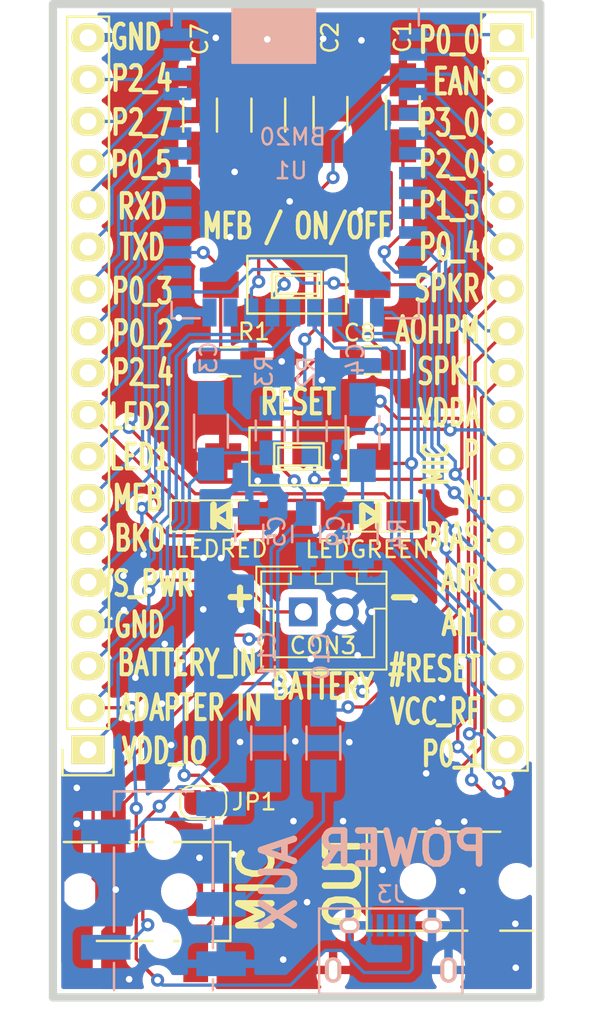
<source format=kicad_pcb>
(kicad_pcb (version 20200518) (host pcbnew "5.99.0-unknown-6083c08~88~ubuntu18.04.1")
  (layers (0 "F.Cu" signal) (31 "B.Cu" signal) (34 "B.Paste" user) (35 "F.Paste" user) (36 "B.SilkS" user) (37 "F.SilkS" user) (38 "B.Mask" user) (39 "F.Mask" user) (44 "Edge.Cuts" user))
  (net 0 "")
  (net 1 "/1")
  (net 2 "/2")
  (net 3 "/3")
  (net 4 "/4")
  (net 5 "/5")
  (net 6 "/6")
  (net 7 "/7")
  (net 8 "/8")
  (net 9 "/9")
  (net 10 "/10")
  (net 11 "/11")
  (net 12 "/12")
  (net 13 "/13")
  (net 14 "/14")
  (net 15 "/15")
  (net 16 "/16")
  (net 17 "/17")
  (net 18 "/18")
  (net 19 "/36")
  (net 20 "/35")
  (net 21 "/34")
  (net 22 "/33")
  (net 23 "/32")
  (net 24 "/31")
  (net 25 "/30")
  (net 26 "/29")
  (net 27 "/28")
  (net 28 "/27")
  (net 29 "/26")
  (net 30 "/25")
  (net 31 "/24")
  (net 32 "/21")
  (net 33 "/20")
  (net 34 "/19")
  (net 35 "/GND")
  (net 36 "Net-(C2-Pad1)")
  (net 37 "Net-(C3-Pad2)")
  (net 38 "Net-(C4-Pad2)")
  (net 39 "Net-(J2-Pad3)")
  (net 40 "Net-(C10-Pad2)")
  (net 41 "Net-(C11-Pad1)")
  (module "jacks:3.5mm_stereo_jack_PJ320B" (layer "F.Cu") (at 126.5301 102.5779 90)
    (fp_text reference "J2" hide)
    (fp_text value "PJ-320B" hide)
    (pad "" np_thru_hole circle (at 0 6 90) (size 1.2 1.2) (drill 1.2) (layers *.Cu *.Mask "F.SilkS"))
    (pad "2" smd rect (at -3.75 7 90) (size 3.5 1.5) (layers "F.Cu" "F.Paste" "F.Mask") (net 37 "Net-(C3-Pad2)"))
    (pad "3" smd rect (at 3.75 2 90) (size 3.5 1.5) (layers "F.Cu" "F.Paste" "F.Mask") (net 39 "Net-(J2-Pad3)"))
    (pad "1" smd rect (at -3.75 0 90) (size 3.5 1.5) (layers "F.Cu" "F.Paste" "F.Mask") (net 38 "Net-(C4-Pad2)"))
    (pad "" np_thru_hole circle (at 0 0 90) (size 1.2 1.2) (drill 1.2) (layers *.Cu *.Mask "F.SilkS"))
  )
  (module "jacks:PJ-327A" (layer "B.Cu") (at 131.572 108.5596)
    (fp_text reference "U2" hide)
    (fp_text value "PJ-3027F" hide)
    (pad "3" smd rect (at -3.5 -2.6) (size 3 1.5) (layers "B.Cu" "B.Paste" "B.Mask") (net 3 "/3"))
    (pad "2" smd rect (at -3.5 -9.6) (size 3 1.5) (layers "B.Cu" "B.Paste" "B.Mask") (net 41 "Net-(C11-Pad1)"))
    (pad "6" smd rect (at 3.5 -11.3) (size 3 1.5) (layers "B.Cu" "B.Paste" "B.Mask") (net 41 "Net-(C11-Pad1)"))
    (pad "5" smd rect (at 3.5 -5.2) (size 3 1.5) (layers "B.Cu" "B.Paste" "B.Mask") (net 40 "Net-(C10-Pad2)"))
    (pad "4" smd rect (at 3.5 -1.6) (size 3 1.5) (layers "B.Cu" "B.Paste" "B.Mask") (net 35 "/GND"))
    (pad "" np_thru_hole circle (at 0 -9) (size 1.2 1.2) (drill 1.2) (layers *.Cu *.Mask "B.SilkS"))
    (pad "" np_thru_hole circle (at 0 -3) (size 1.2 1.2) (drill 1.2) (layers *.Cu *.Mask "B.SilkS"))
  )
  (module "Connect.pretty:USB_Micro-B" (layer "B.Cu") (at 145.3642 106.1974 180)
    (fp_text reference "J3" (at 0 3.45 180) (layer "B.SilkS") (effects (justify mirror)))
    (fp_text value "USB_B_Micro")
    (pad "6" thru_hole oval (at 3.4991 -1.13746 90) (size 1.55 1) (drill oval 1.15 0.5) (layers *.Cu *.Mask "B.SilkS") (net 35 "/GND"))
    (pad "6" thru_hole oval (at -3.5009 -1.13746 90) (size 1.55 1) (drill oval 1.15 0.5) (layers *.Cu *.Mask "B.SilkS") (net 35 "/GND"))
    (pad "6" thru_hole oval (at 2.4991 1.56254 90) (size 0.95 1.25) (drill oval 0.55 0.85) (layers *.Cu *.Mask "B.SilkS") (net 35 "/GND"))
    (pad "6" thru_hole oval (at -2.5009 1.56254 90) (size 0.95 1.25) (drill oval 0.55 0.85) (layers *.Cu *.Mask "B.SilkS") (net 35 "/GND"))
    (pad "5" smd rect (at 1.2991 1.56254 90) (size 1.35 0.4) (layers "B.Cu" "B.Paste" "B.Mask") (net 35 "/GND"))
    (pad "4" smd rect (at 0.6491 1.56254 90) (size 1.35 0.4) (layers "B.Cu" "B.Paste" "B.Mask"))
    (pad "3" smd rect (at -0.0009 1.56254 90) (size 1.35 0.4) (layers "B.Cu" "B.Paste" "B.Mask"))
    (pad "2" smd rect (at -0.6509 1.56254 90) (size 1.35 0.4) (layers "B.Cu" "B.Paste" "B.Mask"))
    (pad "1" smd rect (at -1.3009 1.56254 90) (size 1.35 0.4) (layers "B.Cu" "B.Paste" "B.Mask") (net 33 "/20"))
  )
  (module "LEDs:LED_1206_HandSoldering" (layer "F.Cu") (at 135.0838 79.8068)
    (fp_text reference "D2" hide)
    (fp_text value "LEDRED" (at 0 2) (layer "F.SilkS"))
    (pad "1" smd rect (at -2 0) (size 2 1.7) (layers "F.Cu" "F.Paste" "F.Mask") (net 27 "/28"))
    (pad "2" smd rect (at 2 0) (size 2 1.7) (layers "F.Cu" "F.Paste" "F.Mask") (net 31 "/24"))
  )
  (module "LEDs:LED_1206_HandSoldering" (layer "F.Cu") (at 144.1069 79.8068 180)
    (fp_text reference "D1" hide)
    (fp_text value "LEDGREEN" (at 0.14986 -2.032 180) (layer "F.SilkS"))
    (pad "1" smd rect (at -2 0 180) (size 2 1.7) (layers "F.Cu" "F.Paste" "F.Mask") (net 28 "/27"))
    (pad "2" smd rect (at 2 0 180) (size 2 1.7) (layers "F.Cu" "F.Paste" "F.Mask") (net 31 "/24"))
  )
  (module "Connectors_JST:JST_XH_B02B-XH-A_02x2.50mm_Straight" (layer "F.Cu") (at 140.0556 85.6234)
    (fp_text reference "CON3" (at 1.1938 2.0447) (layer "F.SilkS"))
    (fp_text value "batt")
    (pad "1" thru_hole rect (at 0 0) (size 1.75 1.75) (drill 1.05) (layers *.Cu *.Mask) (net 32 "/21"))
    (pad "2" thru_hole circle (at 2.5 0) (size 1.75 1.75) (drill 1.05) (layers *.Cu *.Mask) (net 35 "/GND"))
  )
  (module "Capacitors_SMD.pretty:C_1206_HandSoldering" (layer "B.Cu") (at 137.9248 93.5736 90)
    (fp_text reference "C11" (at 5.334 -0.0536 90) (layer "B.SilkS") (effects (justify mirror)))
    (fp_text value "10u/16V")
    (pad "2" smd rect (at 2 0 90) (size 2 1.6) (layers "B.Cu" "B.Paste" "B.Mask"))
    (pad "1" smd rect (at -2 0 90) (size 2 1.6) (layers "B.Cu" "B.Paste" "B.Mask") (net 41 "Net-(C11-Pad1)"))
  )
  (module "Capacitors_SMD.pretty:C_1206_HandSoldering" (layer "B.Cu") (at 141.2748 93.5736 -90)
    (fp_text reference "C10" (at -5.2578 0.1524 -90) (layer "B.SilkS") (effects (justify mirror)))
    (fp_text value "10uF/16V")
    (pad "2" smd rect (at 2 0 270) (size 2 1.6) (layers "B.Cu" "B.Paste" "B.Mask") (net 40 "Net-(C10-Pad2)"))
    (pad "1" smd rect (at -2 0 270) (size 2 1.6) (layers "B.Cu" "B.Paste" "B.Mask") (net 14 "/14"))
  )
  (module "Capacitors_SMD.pretty:C_0805_HandSoldering" (layer "B.Cu") (at 140.2334 80.899 90)
    (fp_text reference "C9" (at 0.1851 1.8034 90) (layer "B.SilkS") (effects (justify mirror)))
    (fp_text value "100n")
    (pad "2" smd rect (at 1.25 0 90) (size 1.5 1.25) (layers "B.Cu" "B.Paste" "B.Mask") (net 3 "/3"))
    (pad "1" smd rect (at -1.25 0 90) (size 1.5 1.25) (layers "B.Cu" "B.Paste" "B.Mask") (net 35 "/GND"))
  )
  (module "Capacitors_SMD.pretty:C_1206_HandSoldering" (layer "F.Cu") (at 133.7945 55.499 90)
    (fp_text reference "C7" (at 4.5974 -0.0254 90) (layer "F.SilkS"))
    (fp_text value "10u/16V")
    (pad "2" smd rect (at 2 0 90) (size 2 1.6) (layers "F.Cu" "F.Paste" "F.Mask") (net 35 "/GND"))
    (pad "1" smd rect (at -2 0 90) (size 2 1.6) (layers "F.Cu" "F.Paste" "F.Mask") (net 32 "/21"))
  )
  (module "Capacitors_SMD.pretty:C_1206_HandSoldering" (layer "F.Cu") (at 137.9347 55.499 90)
    (fp_text reference "C6" (at 4.5974 -0.0254 90) (layer "F.SilkS"))
    (fp_text value "10u/16V")
    (pad "2" smd rect (at 2 0 90) (size 2 1.6) (layers "F.Cu" "F.Paste" "F.Mask") (net 35 "/GND"))
    (pad "1" smd rect (at -2 0 90) (size 2 1.6) (layers "F.Cu" "F.Paste" "F.Mask") (net 33 "/20"))
  )
  (module "Capacitors_SMD.pretty:C_1206_HandSoldering" (layer "F.Cu") (at 141.7066 55.3974 90)
    (fp_text reference "C2" (at 4.5974 -0.0254 90) (layer "F.SilkS"))
    (fp_text value "1u/16V")
    (pad "2" smd rect (at 2 0 90) (size 2 1.6) (layers "F.Cu" "F.Paste" "F.Mask") (net 35 "/GND"))
    (pad "1" smd rect (at -2 0 90) (size 2 1.6) (layers "F.Cu" "F.Paste" "F.Mask") (net 36 "Net-(C2-Pad1)"))
  )
  (module "Capacitors_SMD.pretty:C_1206_HandSoldering" (layer "F.Cu") (at 146.1008 55.3593 90)
    (fp_text reference "C1" (at 4.5974 -0.0254 90) (layer "F.SilkS"))
    (fp_text value "1u/16V")
    (pad "2" smd rect (at 2 0 90) (size 2 1.6) (layers "F.Cu" "F.Paste" "F.Mask") (net 35 "/GND"))
    (pad "1" smd rect (at -2 0 90) (size 2 1.6) (layers "F.Cu" "F.Paste" "F.Mask") (net 13 "/13"))
  )
  (module "jacks:3.5mm_stereo_jack_PJ320B" (layer "F.Cu") (at 153.0096 101.9556 -90)
    (fp_text reference "J1" hide)
    (fp_text value "PJ-320B" hide)
    (pad "" np_thru_hole circle (at 0 6 270) (size 1.2 1.2) (drill 1.2) (layers *.Cu *.Mask "F.SilkS"))
    (pad "2" smd rect (at -3.75 7 270) (size 3.5 1.5) (layers "F.Cu" "F.Paste" "F.Mask") (net 9 "/9"))
    (pad "3" smd rect (at 3.75 2 270) (size 3.5 1.5) (layers "F.Cu" "F.Paste" "F.Mask") (net 7 "/7"))
    (pad "1" smd rect (at -3.75 0 270) (size 3.5 1.5) (layers "F.Cu" "F.Paste" "F.Mask") (net 8 "/8"))
    (pad "" np_thru_hole circle (at 0 0 270) (size 1.2 1.2) (drill 1.2) (layers *.Cu *.Mask "F.SilkS"))
  )
  (module "modules:BM20_no_silk_screen_under_antena" (layer "B.Cu") (at 147.066 67.818 180)
    (fp_text reference "U1" (at 7.75 8.95 180) (layer "B.SilkS") (effects (justify mirror)))
    (fp_text value "BM20" (at 7.65 11 180) (layer "B.SilkS") (effects (justify mirror)))
    (pad "15" smd trapezoid (at 2.54 0.35 180) (size 0.85 1.7) (layers "B.Cu" "B.Paste" "B.Mask") (net 15 "/15"))
    (pad "16" smd trapezoid (at 3.81 0.35 180) (size 0.85 1.7) (layers "B.Cu" "B.Paste" "B.Mask") (net 16 "/16"))
    (pad "17" smd trapezoid (at 5.08 0.35 180) (size 0.85 1.7) (layers "B.Cu" "B.Paste" "B.Mask") (net 17 "/17"))
    (pad "18" smd trapezoid (at 6.35 0.35 180) (size 0.85 1.7) (layers "B.Cu" "B.Paste" "B.Mask") (net 18 "/18"))
    (pad "19" smd trapezoid (at 7.62 0.35 180) (size 0.85 1.7) (layers "B.Cu" "B.Paste" "B.Mask") (net 34 "/19"))
    (pad "20" smd trapezoid (at 8.89 0.35 180) (size 0.85 1.7) (layers "B.Cu" "B.Paste" "B.Mask") (net 33 "/20"))
    (pad "21" smd trapezoid (at 10.16 0.35 180) (size 0.85 1.7) (layers "B.Cu" "B.Paste" "B.Mask") (net 32 "/21"))
    (pad "22" smd trapezoid (at 11.43 0.35 180) (size 0.85 1.7) (layers "B.Cu" "B.Paste" "B.Mask"))
    (pad "23" smd trapezoid (at 12.7 0.35 180) (size 0.85 1.7) (layers "B.Cu" "B.Paste" "B.Mask") (net 35 "/GND"))
    (pad "24" smd trapezoid (at 14.65 1.6 90) (size 0.76 1.7) (layers "B.Cu" "B.Paste" "B.Mask") (net 31 "/24"))
    (pad "25" smd trapezoid (at 14.65 2.8 90) (size 0.76 1.7) (layers "B.Cu" "B.Paste" "B.Mask") (net 30 "/25"))
    (pad "27" smd trapezoid (at 14.65 5.2 90) (size 0.76 1.7) (layers "B.Cu" "B.Paste" "B.Mask") (net 28 "/27"))
    (pad "26" smd trapezoid (at 14.65 4 90) (size 0.76 1.7) (layers "B.Cu" "B.Paste" "B.Mask") (net 29 "/26"))
    (pad "31" smd trapezoid (at 14.65 10 90) (size 0.76 1.7) (layers "B.Cu" "B.Paste" "B.Mask") (net 24 "/31"))
    (pad "29" smd trapezoid (at 14.65 7.6 90) (size 0.76 1.7) (layers "B.Cu" "B.Paste" "B.Mask") (net 26 "/29"))
    (pad "30" smd trapezoid (at 14.65 8.8 90) (size 0.76 1.7) (layers "B.Cu" "B.Paste" "B.Mask") (net 25 "/30"))
    (pad "28" smd trapezoid (at 14.65 6.4 90) (size 0.76 1.7) (layers "B.Cu" "B.Paste" "B.Mask") (net 27 "/28"))
    (pad "37" smd trapezoid (at 14.65 17.2 90) (size 0.76 1.7) (layers "B.Cu" "B.Paste" "B.Mask") (net 35 "/GND"))
    (pad "35" smd trapezoid (at 14.65 14.8 90) (size 0.76 1.7) (layers "B.Cu" "B.Paste" "B.Mask") (net 20 "/35"))
    (pad "36" smd trapezoid (at 14.65 16 90) (size 0.76 1.7) (layers "B.Cu" "B.Paste" "B.Mask") (net 19 "/36"))
    (pad "33" smd trapezoid (at 14.65 12.4 90) (size 0.76 1.7) (layers "B.Cu" "B.Paste" "B.Mask") (net 22 "/33"))
    (pad "34" smd trapezoid (at 14.65 13.6 90) (size 0.76 1.7) (layers "B.Cu" "B.Paste" "B.Mask") (net 21 "/34"))
    (pad "32" smd trapezoid (at 14.65 11.2 90) (size 0.76 1.7) (layers "B.Cu" "B.Paste" "B.Mask") (net 23 "/32"))
    (pad "9" smd trapezoid (at 0.35 7.6 90) (size 0.76 1.7) (layers "B.Cu" "B.Paste" "B.Mask") (net 9 "/9"))
    (pad "2" smd trapezoid (at 0.35 16 90) (size 0.76 1.7) (layers "B.Cu" "B.Paste" "B.Mask") (net 2 "/2"))
    (pad "6" smd trapezoid (at 0.35 11.2 90) (size 0.76 1.7) (layers "B.Cu" "B.Paste" "B.Mask") (net 6 "/6"))
    (pad "11" smd trapezoid (at 0.35 5.2 90) (size 0.76 1.7) (layers "B.Cu" "B.Paste" "B.Mask") (net 11 "/11"))
    (pad "5" smd trapezoid (at 0.35 12.4 90) (size 0.76 1.7) (layers "B.Cu" "B.Paste" "B.Mask") (net 5 "/5"))
    (pad "10" smd trapezoid (at 0.35 6.4 90) (size 0.76 1.7) (layers "B.Cu" "B.Paste" "B.Mask") (net 10 "/10"))
    (pad "13" smd trapezoid (at 0.35 2.8 90) (size 0.76 1.7) (layers "B.Cu" "B.Paste" "B.Mask") (net 13 "/13"))
    (pad "4" smd trapezoid (at 0.35 13.6 90) (size 0.76 1.7) (layers "B.Cu" "B.Paste" "B.Mask") (net 4 "/4"))
    (pad "1" smd trapezoid (at 0.35 17.2 90) (size 0.76 1.7) (layers "B.Cu" "B.Paste" "B.Mask") (net 1 "/1"))
    (pad "8" smd trapezoid (at 0.35 8.8 90) (size 0.76 1.7) (layers "B.Cu" "B.Paste" "B.Mask") (net 8 "/8"))
    (pad "12" smd trapezoid (at 0.35 4 90) (size 0.76 1.7) (layers "B.Cu" "B.Paste" "B.Mask") (net 12 "/12"))
    (pad "14" smd trapezoid (at 0.35 1.6 90) (size 0.76 1.7) (layers "B.Cu" "B.Paste" "B.Mask") (net 14 "/14"))
    (pad "3" smd trapezoid (at 0.35 14.8 90) (size 0.76 1.7) (layers "B.Cu" "B.Paste" "B.Mask") (net 3 "/3"))
    (pad "7" smd trapezoid (at 0.35 10 90) (size 0.76 1.7) (layers "B.Cu" "B.Paste" "B.Mask") (net 7 "/7"))
  )
  (module "Pin_Headers.pretty:Pin_Header_Straight_1x18" (layer "F.Cu") (at 152.4 50.8)
    (fp_text reference "CON1" hide)
    (fp_text value "CONN_18" hide)
    (pad "1" thru_hole rect (at 0 0) (size 2.032 1.7272) (drill 1.016) (layers *.Cu *.Mask "F.SilkS") (net 1 "/1"))
    (pad "2" thru_hole oval (at 0 2.54) (size 2.032 1.7272) (drill 1.016) (layers *.Cu *.Mask "F.SilkS") (net 2 "/2"))
    (pad "3" thru_hole oval (at 0 5.08) (size 2.032 1.7272) (drill 1.016) (layers *.Cu *.Mask "F.SilkS") (net 3 "/3"))
    (pad "4" thru_hole oval (at 0 7.62) (size 2.032 1.7272) (drill 1.016) (layers *.Cu *.Mask "F.SilkS") (net 4 "/4"))
    (pad "5" thru_hole oval (at 0 10.16) (size 2.032 1.7272) (drill 1.016) (layers *.Cu *.Mask "F.SilkS") (net 5 "/5"))
    (pad "6" thru_hole oval (at 0 12.7) (size 2.032 1.7272) (drill 1.016) (layers *.Cu *.Mask "F.SilkS") (net 6 "/6"))
    (pad "7" thru_hole oval (at 0 15.24) (size 2.032 1.7272) (drill 1.016) (layers *.Cu *.Mask "F.SilkS") (net 7 "/7"))
    (pad "8" thru_hole oval (at 0 17.78) (size 2.032 1.7272) (drill 1.016) (layers *.Cu *.Mask "F.SilkS") (net 8 "/8"))
    (pad "9" thru_hole oval (at 0 20.32) (size 2.032 1.7272) (drill 1.016) (layers *.Cu *.Mask "F.SilkS") (net 9 "/9"))
    (pad "10" thru_hole oval (at 0 22.86) (size 2.032 1.7272) (drill 1.016) (layers *.Cu *.Mask "F.SilkS") (net 10 "/10"))
    (pad "11" thru_hole oval (at 0 25.4) (size 2.032 1.7272) (drill 1.016) (layers *.Cu *.Mask "F.SilkS") (net 11 "/11"))
    (pad "12" thru_hole oval (at 0 27.94) (size 2.032 1.7272) (drill 1.016) (layers *.Cu *.Mask "F.SilkS") (net 12 "/12"))
    (pad "13" thru_hole oval (at 0 30.48) (size 2.032 1.7272) (drill 1.016) (layers *.Cu *.Mask "F.SilkS") (net 13 "/13"))
    (pad "14" thru_hole oval (at 0 33.02) (size 2.032 1.7272) (drill 1.016) (layers *.Cu *.Mask "F.SilkS") (net 14 "/14"))
    (pad "15" thru_hole oval (at 0 35.56) (size 2.032 1.7272) (drill 1.016) (layers *.Cu *.Mask "F.SilkS") (net 15 "/15"))
    (pad "16" thru_hole oval (at 0 38.1) (size 2.032 1.7272) (drill 1.016) (layers *.Cu *.Mask "F.SilkS") (net 16 "/16"))
    (pad "17" thru_hole oval (at 0 40.64) (size 2.032 1.7272) (drill 1.016) (layers *.Cu *.Mask "F.SilkS") (net 17 "/17"))
    (pad "18" thru_hole oval (at 0 43.18) (size 2.032 1.7272) (drill 1.016) (layers *.Cu *.Mask "F.SilkS") (net 18 "/18"))
  )
  (module "Pin_Headers.pretty:Pin_Header_Straight_1x18" (layer "F.Cu") (at 127 93.98 180)
    (fp_text reference "CON2" hide)
    (fp_text value "CONN_18" hide)
    (pad "18" thru_hole oval (at 0 43.18 180) (size 2.032 1.7272) (drill 1.016) (layers *.Cu *.Mask "F.SilkS") (net 35 "/GND"))
    (pad "17" thru_hole oval (at 0 40.64 180) (size 2.032 1.7272) (drill 1.016) (layers *.Cu *.Mask "F.SilkS") (net 19 "/36"))
    (pad "16" thru_hole oval (at 0 38.1 180) (size 2.032 1.7272) (drill 1.016) (layers *.Cu *.Mask "F.SilkS") (net 20 "/35"))
    (pad "15" thru_hole oval (at 0 35.56 180) (size 2.032 1.7272) (drill 1.016) (layers *.Cu *.Mask "F.SilkS") (net 21 "/34"))
    (pad "14" thru_hole oval (at 0 33.02 180) (size 2.032 1.7272) (drill 1.016) (layers *.Cu *.Mask "F.SilkS") (net 22 "/33"))
    (pad "13" thru_hole oval (at 0 30.48 180) (size 2.032 1.7272) (drill 1.016) (layers *.Cu *.Mask "F.SilkS") (net 23 "/32"))
    (pad "12" thru_hole oval (at 0 27.94 180) (size 2.032 1.7272) (drill 1.016) (layers *.Cu *.Mask "F.SilkS") (net 24 "/31"))
    (pad "11" thru_hole oval (at 0 25.4 180) (size 2.032 1.7272) (drill 1.016) (layers *.Cu *.Mask "F.SilkS") (net 25 "/30"))
    (pad "10" thru_hole oval (at 0 22.86 180) (size 2.032 1.7272) (drill 1.016) (layers *.Cu *.Mask "F.SilkS") (net 26 "/29"))
    (pad "9" thru_hole oval (at 0 20.32 180) (size 2.032 1.7272) (drill 1.016) (layers *.Cu *.Mask "F.SilkS") (net 27 "/28"))
    (pad "8" thru_hole oval (at 0 17.78 180) (size 2.032 1.7272) (drill 1.016) (layers *.Cu *.Mask "F.SilkS") (net 28 "/27"))
    (pad "7" thru_hole oval (at 0 15.24 180) (size 2.032 1.7272) (drill 1.016) (layers *.Cu *.Mask "F.SilkS") (net 29 "/26"))
    (pad "6" thru_hole oval (at 0 12.7 180) (size 2.032 1.7272) (drill 1.016) (layers *.Cu *.Mask "F.SilkS") (net 30 "/25"))
    (pad "5" thru_hole oval (at 0 10.16 180) (size 2.032 1.7272) (drill 1.016) (layers *.Cu *.Mask "F.SilkS") (net 31 "/24"))
    (pad "4" thru_hole oval (at 0 7.62 180) (size 2.032 1.7272) (drill 1.016) (layers *.Cu *.Mask "F.SilkS") (net 35 "/GND"))
    (pad "3" thru_hole oval (at 0 5.08 180) (size 2.032 1.7272) (drill 1.016) (layers *.Cu *.Mask "F.SilkS") (net 32 "/21"))
    (pad "2" thru_hole oval (at 0 2.54 180) (size 2.032 1.7272) (drill 1.016) (layers *.Cu *.Mask "F.SilkS") (net 33 "/20"))
    (pad "1" thru_hole rect (at 0 0 180) (size 2.032 1.7272) (drill 1.016) (layers *.Cu *.Mask "F.SilkS") (net 34 "/19"))
  )
  (module "Resistors_SMD.pretty:R_0805_HandSoldering" (layer "F.Cu") (at 135.636 70.4596)
    (fp_text reference "R1" (at 1.4224 -1.8288) (layer "F.SilkS"))
    (fp_text value "1k")
    (pad "1" smd rect (at -1.35 0) (size 1.5 1.3) (layers "F.Cu" "F.Paste" "F.Mask") (net 29 "/26"))
    (pad "2" smd rect (at 1.35 0) (size 1.5 1.3) (layers "F.Cu" "F.Paste" "F.Mask") (net 35 "/GND"))
  )
  (module "Buttons_Switches_SMD.pretty:SW_SPST_FSMSM" (layer "F.Cu") (at 139.8016 76.2 180)
    (fp_text reference "SW1" hide)
    (fp_text value "SWITCH_SPST")
    (pad "1" smd rect (at -4.60243 -0.00232 180) (size 2.18 1.6) (layers "F.Cu" "F.Paste" "F.Mask") (net 16 "/16"))
    (pad "2" smd rect (at 4.60243 0.00232 180) (size 2.18 1.6) (layers "F.Cu" "F.Paste" "F.Mask") (net 35 "/GND"))
  )
  (module "Buttons_Switches_SMD.pretty:SW_SPST_FSMSM" (layer "F.Cu") (at 139.6492 65.786)
    (fp_text reference "SW2" hide)
    (fp_text value "SWITCH_SPST")
    (pad "2" smd rect (at 4.60243 0.00232) (size 2.18 1.6) (layers "F.Cu" "F.Paste" "F.Mask") (net 31 "/24"))
    (pad "1" smd rect (at -4.60243 -0.00232) (size 2.18 1.6) (layers "F.Cu" "F.Paste" "F.Mask") (net 29 "/26"))
  )
  (module "Capacitors_SMD.pretty:C_1206_HandSoldering" (layer "B.Cu") (at 134.4549 74.6633 -90)
    (fp_text reference "C3" (at -4.4704 0.1397 90) (layer "B.SilkS") (effects (justify mirror)))
    (fp_text value "0,1u/16V")
    (pad "1" smd rect (at -2 0 270) (size 2 1.6) (layers "B.Cu" "B.Paste" "B.Mask") (net 11 "/11"))
    (pad "2" smd rect (at 2 0 270) (size 2 1.6) (layers "B.Cu" "B.Paste" "B.Mask") (net 37 "Net-(C3-Pad2)"))
  )
  (module "Capacitors_SMD.pretty:C_1206_HandSoldering" (layer "B.Cu") (at 143.6497 74.7456 -90)
    (fp_text reference "C4" (at -4.4638 0.4318 90) (layer "B.SilkS") (effects (justify mirror)))
    (fp_text value "0,1u/16V")
    (pad "2" smd rect (at 2 0 270) (size 2 1.6) (layers "B.Cu" "B.Paste" "B.Mask") (net 38 "Net-(C4-Pad2)"))
    (pad "1" smd rect (at -2 0 270) (size 2 1.6) (layers "B.Cu" "B.Paste" "B.Mask") (net 12 "/12"))
  )
  (module "Capacitors_SMD.pretty:C_0805_HandSoldering" (layer "B.Cu") (at 136.779 80.8355 90)
    (fp_text reference "C5" (at 0.0889 1.6764 90) (layer "B.SilkS") (effects (justify mirror)))
    (fp_text value "100n")
    (pad "1" smd rect (at -1.25 0 90) (size 1.5 1.25) (layers "B.Cu" "B.Paste" "B.Mask") (net 33 "/20"))
    (pad "2" smd rect (at 1.25 0 90) (size 1.5 1.25) (layers "B.Cu" "B.Paste" "B.Mask") (net 35 "/GND"))
  )
  (module "Resistors_SMD.pretty:R_0805_HandSoldering" (layer "B.Cu") (at 140.6017 74.6633 -90)
    (fp_text reference "R2" (at -3.5814 0.3683 90) (layer "B.SilkS") (effects (justify mirror)))
    (fp_text value "1k")
    (pad "1" smd rect (at -1.35 0 270) (size 1.5 1.3) (layers "B.Cu" "B.Paste" "B.Mask") (net 36 "Net-(C2-Pad1)"))
    (pad "2" smd rect (at 1.35 0 270) (size 1.5 1.3) (layers "B.Cu" "B.Paste" "B.Mask") (net 13 "/13"))
  )
  (module "Resistors_SMD.pretty:R_0805_HandSoldering" (layer "B.Cu") (at 138.049 74.6252 90)
    (fp_text reference "R3" (at 3.6068 -0.3683 90) (layer "B.SilkS") (effects (justify mirror)))
    (fp_text value "1k")
    (pad "2" smd rect (at 1.35 0 90) (size 1.5 1.3) (layers "B.Cu" "B.Paste" "B.Mask") (net 36 "Net-(C2-Pad1)"))
    (pad "1" smd rect (at -1.35 0 90) (size 1.5 1.3) (layers "B.Cu" "B.Paste" "B.Mask") (net 37 "Net-(C3-Pad2)"))
  )
  (module "Resistors_SMD.pretty:R_0805_HandSoldering" (layer "B.Cu") (at 143.6878 80.899 90)
    (fp_text reference "R4" (at 0 2.1 90) (layer "B.SilkS") (effects (justify mirror)))
    (fp_text value "2k")
    (pad "1" smd rect (at -1.35 0 90) (size 1.5 1.3) (layers "B.Cu" "B.Paste" "B.Mask") (net 35 "/GND"))
    (pad "2" smd rect (at 1.35 0 90) (size 1.5 1.3) (layers "B.Cu" "B.Paste" "B.Mask") (net 38 "Net-(C4-Pad2)"))
  )
  (module "Capacitors_SMD.pretty:C_0805_HandSoldering" (layer "F.Cu") (at 144.272 70.358 180)
    (fp_text reference "C8" (at 0.8001 1.6637 180) (layer "F.SilkS"))
    (fp_text value "100n")
    (pad "1" smd rect (at -1.25 0 180) (size 1.5 1.25) (layers "F.Cu" "F.Paste" "F.Mask") (net 31 "/24"))
    (pad "2" smd rect (at 1.25 0 180) (size 1.5 1.25) (layers "F.Cu" "F.Paste" "F.Mask") (net 35 "/GND"))
  )
  (module "Jumper:SolderJumper-2_P1.3mm_Open_RoundedPad1.0x1.5mm" (layer "F.Cu") (at 133.985 97.1804)
    (fp_text reference "JP1" (at 3.0861 -0.0381 180) (layer "F.SilkS"))
    (fp_text value "Jumper_NO_Small" hide)
    (pad "2" smd roundrect (at 0.65 0) (size 1 1.5) (layers "F.Cu" "F.Mask") (roundrect_rratio 0.5) (net 37 "Net-(C3-Pad2)"))
    (pad "1" smd roundrect (at -0.65 0) (size 1 1.5) (layers "F.Cu" "F.Mask") (roundrect_rratio 0.5) (net 39 "Net-(J2-Pad3)"))
    (pad "1" smd rect (at -0.4 0) (size 0.5 1.5) (layers "F.Cu" "F.Mask") (net 39 "Net-(J2-Pad3)"))
    (pad "2" smd rect (at 0.4 0) (size 0.5 1.5) (layers "F.Cu" "F.Mask") (net 37 "Net-(C3-Pad2)"))
  )
  (gr_text "P0_0\nEAN\nP3_0\nP2_0\nP1_5\nP0_4\nSPKR\nAOHPM\nSPKL\nVDDA\nP\nN\nBIAS\nAIR" (at 150.9141 67.2846) (layer "F.SilkS") (effects (font (size 1.56 1) (thickness 0.25)) (justify right)))
  (gr_text "AUX" (at 138.5824 102.0572 90) (layer "B.SilkS") (effects (font (size 2 2) (thickness 0.4)) (justify mirror)))
  (gr_line (start 144.6022 80.4799) (end 144.6022 79.1464) (layer "F.SilkS") (width 0.4))
  (gr_line (start 143.637 80.4545) (end 143.637 79.1845) (layer "F.SilkS") (width 0.4))
  (gr_line (start 144.6022 79.8703) (end 143.637 80.4545) (layer "F.SilkS") (width 0.4))
  (gr_line (start 144.6022 79.1464) (end 144.6022 79.8703) (layer "F.SilkS") (width 0.4))
  (gr_line (start 143.637 79.1845) (end 144.5768 79.8195) (layer "F.SilkS") (width 0.4))
  (gr_line (start 135.5725 80.4164) (end 134.6327 79.7814) (layer "F.SilkS") (width 0.4))
  (gr_line (start 135.5725 79.1464) (end 135.5725 80.4164) (layer "F.SilkS") (width 0.4))
  (gr_line (start 134.6073 79.7306) (end 135.5725 79.1464) (layer "F.SilkS") (width 0.4))
  (gr_line (start 134.6073 80.4545) (end 134.6073 79.7306) (layer "F.SilkS") (width 0.4))
  (gr_line (start 134.6073 79.121) (end 134.6073 80.4545) (layer "F.SilkS") (width 0.4))
  (gr_text "-" (at 146.1262 84.6328) (layer "F.SilkS") (effects (font (size 1.5 1.5) (thickness 0.375))))
  (gr_text "+" (at 136.2202 84.6201) (layer "F.SilkS") (effects (font (size 1.5 1.5) (thickness 0.375))))
  (gr_text "GND" (at 129.9083 50.7746) (layer "F.SilkS") (effects (font (size 1.5 1) (thickness 0.25))))
  (gr_text "P2_4" (at 130.2639 53.2892) (layer "F.SilkS") (effects (font (size 1.5 1) (thickness 0.25))))
  (gr_text "P2_7" (at 130.2639 55.9562) (layer "F.SilkS") (effects (font (size 1.5 1) (thickness 0.25))))
  (gr_text "P0_5" (at 130.2258 58.4962) (layer "F.SilkS") (effects (font (size 1.5 1) (thickness 0.25))))
  (gr_text "RXD" (at 130.2893 61.0489) (layer "F.SilkS") (effects (font (size 1.5 1) (thickness 0.25))))
  (gr_text "TXD" (at 130.2893 63.5127) (layer "F.SilkS") (effects (font (size 1.5 1) (thickness 0.25))))
  (gr_text "P0_3" (at 130.2893 66.1797) (layer "F.SilkS") (effects (font (size 1.5 1) (thickness 0.25))))
  (gr_text "P0_2" (at 130.3147 68.7578) (layer "F.SilkS") (effects (font (size 1.5 1) (thickness 0.25))))
  (gr_text "P2_4" (at 130.3147 71.12) (layer "F.SilkS") (effects (font (size 1.5 1) (thickness 0.25))))
  (gr_text "VDD_IO" (at 131.6482 94.0562) (layer "F.SilkS") (effects (font (size 1.5 1) (thickness 0.25))))
  (gr_text "LED2" (at 130.1369 73.787) (layer "F.SilkS") (effects (font (size 1.5 1) (thickness 0.25))))
  (gr_text "LED1" (at 130.1369 76.2381) (layer "F.SilkS") (effects (font (size 1.5 1) (thickness 0.25))))
  (gr_text "MFB" (at 130.0099 78.7273) (layer "F.SilkS") (effects (font (size 1.5 1) (thickness 0.25))))
  (gr_text "BKO" (at 130.1369 81.1657) (layer "F.SilkS") (effects (font (size 1.5 1) (thickness 0.25))))
  (gr_text "SYS_PWR" (at 130.0607 83.9089) (layer "F.SilkS") (effects (font (size 1.5 1) (thickness 0.25))))
  (gr_text "GND" (at 130.1115 86.4108) (layer "F.SilkS") (effects (font (size 1.5 1) (thickness 0.25))))
  (gr_text "BATTERY" (at 141.2494 90.1573) (layer "F.SilkS") (effects (font (size 1.5 1) (thickness 0.25))))
  (gr_text "POWER" (at 146.1008 99.9744) (layer "B.SilkS") (effects (font (size 2 2) (thickness 0.4)) (justify mirror)))
  (gr_text "MIC" (at 137.2108 102.489 90) (layer "F.SilkS") (effects (font (size 2 2) (thickness 0.4))))
  (gr_text "OUT" (at 142.4686 101.9302 90) (layer "F.SilkS") (effects (font (size 2 2) (thickness 0.4))))
  (gr_text "P0_1" (at 149.098 94.2467) (layer "F.SilkS") (effects (font (size 1.5 1) (thickness 0.25))))
  (gr_text "VCC_RF" (at 148.082 91.6813) (layer "F.SilkS") (effects (font (size 1.5 1) (thickness 0.25))))
  (gr_text "#RESET" (at 148.0058 89.0905) (layer "F.SilkS") (effects (font (size 1.5 1) (thickness 0.25))))
  (gr_text "ADAPTER IN" (at 128.7145 91.44) (layer "F.SilkS") (effects (font (size 1.5 1) (thickness 0.25)) (justify left)))
  (gr_line (start 154.432 109) (end 124.8664 109) (layer "Edge.Cuts") (width 0.5))
  (gr_text "MIC" (at 148.1201 76.6572 90) (layer "F.SilkS") (effects (font (size 1.5 1) (thickness 0.25))))
  (gr_text "AIL" (at 149.5425 86.2965) (layer "F.SilkS") (effects (font (size 1.5 1) (thickness 0.25))))
  (gr_text "MFB / ON/OFF" (at 139.7 62.23) (layer "F.SilkS") (effects (font (size 1.5 1) (thickness 0.25))))
  (gr_text "RESET" (at 139.7508 72.898) (layer "F.SilkS") (effects (font (size 1.5 1) (thickness 0.25))))
  (gr_text "BATTERY_IN" (at 128.6383 88.7222) (layer "F.SilkS") (effects (font (size 1.5 1) (thickness 0.25)) (justify left)))
  (gr_line (start 124.8664 48.768) (end 124.8664 109) (layer "Edge.Cuts") (width 0.5))
  (gr_line (start 154.432 48.768) (end 124.8664 48.768) (layer "Edge.Cuts") (width 0.5))
  (gr_line (start 154.432 109) (end 154.432 48.768) (layer "Edge.Cuts") (width 0.5))
  (segment (start 130.32101 104.29721) (end 130.32101 98.40599) (width 0.2) (layer "F.Cu") (net 3))
  (segment (start 130.621 104.5972) (end 130.32101 104.29721) (width 0.2) (layer "F.Cu") (net 3))
  (segment (start 130.32101 98.40599) (end 131.318 97.409) (width 0.2) (layer "F.Cu") (net 3))
  (via (at 135.8392 100.33) (size 0.8) (drill 0.4) (layers "F.Cu" "B.Cu") (net 35))
  (via (at 129.4892 107.8992) (size 0.8) (drill 0.4) (layers "F.Cu" "B.Cu") (net 35))
  (via (at 133.7564 100.5332) (size 0.8) (drill 0.4) (layers "F.Cu" "B.Cu") (net 35))
  (via (at 128.6764 102.4636) (size 0.8) (drill 0.4) (layers "F.Cu" "B.Cu") (net 35))
  (segment (start 141.2748 98.298) (end 136.2132 103.3596) (width 0.2) (layer "B.Cu") (net 40))
  (segment (start 136.2132 103.3596) (end 135.072 103.3596) (width 0.2) (layer "B.Cu") (net 40))
  (segment (start 135.072 97.2596) (end 136.2388 97.2596) (width 0.2) (layer "B.Cu") (net 41))
  (segment (start 136.2388 97.2596) (end 137.9248 95.5736) (width 0.2) (layer "B.Cu") (net 41))
  (segment (start 128.072 98.9596) (end 129.772 98.9596) (width 0.2) (layer "B.Cu") (net 41))
  (segment (start 129.772 98.9596) (end 130.5352 98.1964) (width 0.2) (layer "B.Cu") (net 41))
  (segment (start 130.5352 98.1964) (end 134.1352 98.1964) (width 0.2) (layer "B.Cu") (net 41))
  (segment (start 134.1352 98.1964) (end 135.072 97.2596) (width 0.2) (layer "B.Cu") (net 41))
  (segment (start 128.072 105.9596) (end 129.2586 105.9596) (width 0.2) (layer "B.Cu") (net 3))
  (segment (start 129.2586 105.9596) (end 130.621 104.5972) (width 0.2) (layer "B.Cu") (net 3))
  (via (at 130.621 104.5972) (size 0.8) (drill 0.4) (layers "F.Cu" "B.Cu") (net 3))
  (segment (start 143.7386 107.4928) (end 146.4564 107.4928) (width 0.2) (layer "B.Cu") (net 33))
  (segment (start 131.2164 107.95) (end 131.5212 108.2548) (width 0.2) (layer "B.Cu") (net 33))
  (segment (start 142.39875 106.15295) (end 143.7386 107.4928) (width 0.2) (layer "B.Cu") (net 33))
  (segment (start 141.38275 106.15295) (end 142.39875 106.15295) (width 0.2) (layer "B.Cu") (net 33))
  (segment (start 139.2809 108.2548) (end 141.38275 106.15295) (width 0.2) (layer "B.Cu") (net 33))
  (segment (start 131.5212 108.2548) (end 139.2809 108.2548) (width 0.2) (layer "B.Cu") (net 33))
  (segment (start 146.4564 107.4928) (end 146.6651 107.2841) (width 0.2) (layer "B.Cu") (net 33))
  (segment (start 146.6651 107.2841) (end 146.6651 104.63486) (width 0.2) (layer "B.Cu") (net 33))
  (segment (start 137.9248 95.6282) (end 137.9248 95.5736) (width 0.2) (layer "B.Cu") (net 41))
  (segment (start 131.318 97.409) (end 132.497599 96.229401) (width 0.2) (layer "B.Cu") (net 3))
  (via (at 131.318 97.409) (size 0.8) (drill 0.4) (layers "F.Cu" "B.Cu") (net 3))
  (segment (start 129.921 97.536) (end 129.921 106.6546) (width 0.2) (layer "F.Cu") (net 33))
  (segment (start 129.921 106.6546) (end 131.2164 107.95) (width 0.2) (layer "F.Cu") (net 33))
  (segment (start 129.921 97.536) (end 129.6909 91.4766) (width 0.2) (layer "B.Cu") (net 33))
  (via (at 129.921 97.536) (size 0.8) (drill 0.4) (layers "F.Cu" "B.Cu") (net 33))
  (segment (start 129.6909 91.4766) (end 129.6416 91.4273) (width 0.2) (layer "B.Cu") (net 33))
  (segment (start 141.2748 98.298) (end 141.2748 95.5736) (width 0.2) (layer "B.Cu") (net 40))
  (segment (start 125.9967 104.0384) (end 126.1745 103.8606) (width 0.2) (layer "B.Cu") (net 35))
  (segment (start 125.4633 104.0384) (end 125.9967 104.0384) (width 0.2) (layer "B.Cu") (net 35))
  (segment (start 125.4633 106.8451) (end 125.4633 104.0384) (width 0.2) (layer "B.Cu") (net 35))
  (segment (start 125.4633 104.0384) (end 125.4633 99.3267) (width 0.2) (layer "B.Cu") (net 35))
  (segment (start 126.1491 107.5309) (end 125.4633 106.8451) (width 0.2) (layer "B.Cu") (net 35))
  (segment (start 126.3142 98.4758) (end 126.3142 96.2914) (width 0.2) (layer "F.Cu") (net 35))
  (via (at 126.3142 98.4758) (size 0.8) (drill 0.4) (layers "F.Cu" "B.Cu") (net 35))
  (segment (start 125.4633 99.3267) (end 126.3142 98.4758) (width 0.2) (layer "B.Cu") (net 35))
  (via (at 126.3142 96.2914) (size 0.8) (drill 0.4) (layers "F.Cu" "B.Cu") (net 35))
  (segment (start 127.286698 107.5309) (end 126.1491 107.5309) (width 0.2) (layer "B.Cu") (net 35))
  (segment (start 127.388298 107.6325) (end 127.286698 107.5309) (width 0.2) (layer "B.Cu") (net 35))
  (segment (start 133.7691 90.297) (end 127.3048 96.7613) (width 0.2) (layer "F.Cu") (net 38))
  (segment (start 127.3048 96.7613) (end 127.3048 101.7905) (width 0.2) (layer "F.Cu") (net 38))
  (segment (start 134.4422 90.297) (end 133.7691 90.297) (width 0.2) (layer "F.Cu") (net 38))
  (segment (start 127.5334 104.3594) (end 126.365 105.5278) (width 0.2) (layer "F.Cu") (net 38))
  (segment (start 127.3048 101.7905) (end 127.5334 102.0191) (width 0.2) (layer "F.Cu") (net 38))
  (segment (start 127.5334 102.0191) (end 127.5334 104.3594) (width 0.2) (layer "F.Cu") (net 38))
  (segment (start 134.9502 94.4934) (end 134.9502 92.208198) (width 0.2) (layer "B.Cu") (net 3))
  (segment (start 133.214199 96.229401) (end 134.9502 94.4934) (width 0.2) (layer "B.Cu") (net 3))
  (segment (start 132.497599 96.229401) (end 133.214199 96.229401) (width 0.2) (layer "B.Cu") (net 3))
  (segment (start 138.10619 89.052208) (end 138.10619 81.77621) (width 0.2) (layer "B.Cu") (net 3))
  (segment (start 134.9502 92.208198) (end 138.10619 89.052208) (width 0.2) (layer "B.Cu") (net 3))
  (segment (start 138.10619 81.77621) (end 140.2334 79.649) (width 0.2) (layer "B.Cu") (net 3))
  (segment (start 134.5819 97.3773) (end 134.5819 104.3109) (width 0.2) (layer "F.Cu") (net 37))
  (segment (start 134.385 97.1804) (end 134.5819 97.3773) (width 0.2) (layer "F.Cu") (net 37))
  (segment (start 134.5819 104.3109) (end 133.365 105.5278) (width 0.2) (layer "F.Cu") (net 37))
  (segment (start 131.1783 107.95) (end 131.2164 107.95) (width 0.2) (layer "F.Cu") (net 33))
  (via (at 131.2164 107.95) (size 0.8) (drill 0.4) (layers "F.Cu" "B.Cu") (net 33))
  (segment (start 130.2004 106.9721) (end 131.1783 107.95) (width 0.2) (layer "F.Cu") (net 33))
  (segment (start 132.6238 96.4692) (end 129.9236 96.4692) (width 0.2) (layer "F.Cu") (net 39))
  (segment (start 133.335 97.1804) (end 132.6238 96.4692) (width 0.2) (layer "F.Cu") (net 39))
  (segment (start 129.9236 96.4692) (end 128.365 98.0278) (width 0.2) (layer "F.Cu") (net 39))
  (segment (start 131.6482 86.1441) (end 132.3213 85.471) (width 0.2) (layer "F.Cu") (net 35))
  (segment (start 131.6482 87.5665) (end 131.6482 86.1441) (width 0.2) (layer "F.Cu") (net 35))
  (segment (start 132.3213 85.471) (end 133.985 85.471) (width 0.2) (layer "F.Cu") (net 35))
  (segment (start 131.0767 88.4047) (end 130.2766 88.4047) (width 0.2) (layer "B.Cu") (net 35))
  (segment (start 131.6482 87.5665) (end 131.0767 88.4047) (width 0.2) (layer "B.Cu") (net 35))
  (segment (start 130.2766 88.4047) (end 129.8702 88.8111) (width 0.2) (layer "B.Cu") (net 35))
  (segment (start 129.8702 88.8111) (end 129.8702 89.6112) (width 0.2) (layer "B.Cu") (net 35))
  (segment (start 131.6736 87.5919) (end 131.6736 90.9955) (width 0.2) (layer "B.Cu") (net 35))
  (segment (start 131.6482 87.5665) (end 131.6736 87.5919) (width 0.2) (layer "B.Cu") (net 35))
  (segment (start 131.6736 90.9955) (end 131.4831 91.186) (width 0.2) (layer "B.Cu") (net 35))
  (segment (start 133.0325 93.5101) (end 132.21905 93.5101) (width 0.2) (layer "F.Cu") (net 35))
  (via (at 132.035225 93.693925) (size 0.8) (drill 0.4) (layers "F.Cu" "B.Cu") (net 35))
  (segment (start 132.21905 93.5101) (end 132.035225 93.693925) (width 0.2) (layer "F.Cu") (net 35))
  (segment (start 132.035225 93.693925) (end 132.035225 91.738125) (width 0.2) (layer "B.Cu") (net 35))
  (segment (start 132.035225 91.738125) (end 131.4831 91.186) (width 0.2) (layer "B.Cu") (net 35))
  (via (at 139.4587 98.3107) (size 0.8) (drill 0.4) (layers "F.Cu" "B.Cu") (net 35))
  (segment (start 139.573 98.1964) (end 139.4587 98.3107) (width 0.2) (layer "B.Cu") (net 35))
  (via (at 146.812 84.8868) (size 0.8) (drill 0.4) (layers "F.Cu" "B.Cu") (net 35))
  (segment (start 148.4757 86.5505) (end 146.812 84.8868) (width 0.2) (layer "B.Cu") (net 35))
  (segment (start 148.4757 90.8431) (end 148.4757 86.5505) (width 0.2) (layer "B.Cu") (net 35))
  (segment (start 137.8712 50.9016) (end 134.8359 50.9016) (width 0.2) (layer "B.Cu") (net 35))
  (via (at 134.747 50.8127) (size 0.8) (drill 0.4) (layers "F.Cu" "B.Cu") (net 35))
  (segment (start 134.8359 50.9016) (end 134.747 50.8127) (width 0.2) (layer "B.Cu") (net 35))
  (via (at 143.5862 50.9651) (size 0.8) (drill 0.4) (layers "F.Cu" "B.Cu") (net 35))
  (segment (start 143.4846 50.8635) (end 143.5862 50.9651) (width 0.2) (layer "F.Cu") (net 35))
  (segment (start 141.2621 50.8635) (end 143.4846 50.8635) (width 0.2) (layer "F.Cu") (net 35))
  (segment (start 141.224 50.9016) (end 141.2621 50.8635) (width 0.2) (layer "B.Cu") (net 35))
  (segment (start 137.9347 53.499) (end 137.9347 50.9651) (width 0.2) (layer "F.Cu") (net 35))
  (via (at 137.8712 50.9016) (size 0.8) (drill 0.4) (layers "F.Cu" "B.Cu") (net 35))
  (segment (start 137.9347 50.9651) (end 137.8712 50.9016) (width 0.2) (layer "F.Cu") (net 35))
  (segment (start 137.8712 50.9016) (end 141.224 50.9016) (width 0.2) (layer "B.Cu") (net 35))
  (segment (start 141.2621 50.8635) (end 141.5923 51.1937) (width 0.2) (layer "F.Cu") (net 35))
  (via (at 141.2621 50.8635) (size 0.8) (drill 0.4) (layers "F.Cu" "B.Cu") (net 35))
  (segment (start 141.5923 51.1937) (end 141.5923 53.2831) (width 0.2) (layer "F.Cu") (net 35))
  (segment (start 141.5923 53.2831) (end 141.7066 53.3974) (width 0.2) (layer "F.Cu") (net 35))
  (segment (start 129.6416 93.9292) (end 129.6416 91.4273) (width 0.2) (layer "B.Cu") (net 33))
  (via (at 131.6482 87.5665) (size 0.8) (drill 0.4) (layers "F.Cu" "B.Cu") (net 35))
  (via (at 129.8702 89.6112) (size 0.8) (drill 0.4) (layers "F.Cu" "B.Cu") (net 35))
  (segment (start 129.1463 83.4263) (end 129.1463 85.4837) (width 0.2) (layer "B.Cu") (net 35))
  (via (at 129.1717 85.5091) (size 0.8) (drill 0.4) (layers "F.Cu" "B.Cu") (net 35))
  (segment (start 129.1463 85.4837) (end 129.1717 85.5091) (width 0.2) (layer "B.Cu") (net 35))
  (segment (start 127.8382 86.36) (end 129.1463 85.0519) (width 0.2) (layer "B.Cu") (net 35))
  (segment (start 129.1463 85.0519) (end 129.1463 83.4263) (width 0.2) (layer "B.Cu") (net 35))
  (segment (start 129.1463 83.3755) (end 130.3655 82.1563) (width 0.2) (layer "F.Cu") (net 35))
  (via (at 129.1463 83.4263) (size 0.8) (drill 0.4) (layers "F.Cu" "B.Cu") (net 35))
  (via (at 130.3655 82.1563) (size 0.8) (drill 0.4) (layers "F.Cu" "B.Cu") (net 35))
  (segment (start 127 86.36) (end 127.8382 86.36) (width 0.2) (layer "B.Cu") (net 35))
  (segment (start 129.1463 83.4263) (end 129.1463 83.3755) (width 0.2) (layer "F.Cu") (net 35))
  (segment (start 133.985 82.3722) (end 134.0104 82.3468) (width 0.2) (layer "B.Cu") (net 35))
  (segment (start 134.0104 82.3468) (end 135.0518 82.3468) (width 0.2) (layer "F.Cu") (net 35))
  (via (at 135.0645 82.3595) (size 0.8) (drill 0.4) (layers "F.Cu" "B.Cu") (net 35))
  (segment (start 135.0518 82.3468) (end 135.0645 82.3595) (width 0.2) (layer "F.Cu") (net 35))
  (via (at 134.0104 82.3468) (size 0.8) (drill 0.4) (layers "F.Cu" "B.Cu") (net 35))
  (segment (start 133.985 85.471) (end 133.985 82.3722) (width 0.2) (layer "B.Cu") (net 35))
  (segment (start 136.271 85.471) (end 136.2964 85.4964) (width 0.2) (layer "B.Cu") (net 35))
  (via (at 133.985 85.471) (size 0.8) (drill 0.4) (layers "F.Cu" "B.Cu") (net 35))
  (via (at 136.2964 85.4964) (size 0.8) (drill 0.4) (layers "F.Cu" "B.Cu") (net 35))
  (segment (start 133.985 85.471) (end 136.271 85.471) (width 0.2) (layer "B.Cu") (net 35))
  (via (at 138.8364 106.7054) (size 0.8) (drill 0.4) (layers "F.Cu" "B.Cu") (net 35))
  (via (at 144.8689 101.2698) (size 0.8) (drill 0.4) (layers "F.Cu" "B.Cu") (net 35))
  (via (at 149.7076 102.5525) (size 0.8) (drill 0.4) (layers "F.Cu" "B.Cu") (net 35))
  (segment (start 149.8219 98.3361) (end 149.8219 102.4382) (width 0.2) (layer "B.Cu") (net 35))
  (via (at 149.8219 98.3361) (size 0.8) (drill 0.4) (layers "F.Cu" "B.Cu") (net 35))
  (segment (start 149.8219 102.4382) (end 149.7076 102.5525) (width 0.2) (layer "B.Cu") (net 35))
  (segment (start 149.7711 98.3869) (end 149.8219 98.3361) (width 0.2) (layer "F.Cu") (net 35))
  (segment (start 148.2471 98.3869) (end 149.7711 98.3869) (width 0.2) (layer "F.Cu") (net 35))
  (segment (start 148.4757 91.7448) (end 147.5105 92.71) (width 0.2) (layer "F.Cu") (net 35))
  (via (at 148.2471 98.3869) (size 0.8) (drill 0.4) (layers "F.Cu" "B.Cu") (net 35))
  (segment (start 147.5105 97.6503) (end 148.2471 98.3869) (width 0.2) (layer "B.Cu") (net 35))
  (segment (start 147.5105 95.4151) (end 147.5105 97.6503) (width 0.2) (layer "B.Cu") (net 35))
  (via (at 147.5105 95.4151) (size 0.8) (drill 0.4) (layers "F.Cu" "B.Cu") (net 35))
  (segment (start 147.5105 92.71) (end 147.5105 95.4151) (width 0.2) (layer "F.Cu") (net 35))
  (segment (start 148.4757 90.8431) (end 148.4757 91.7448) (width 0.2) (layer "F.Cu") (net 35))
  (segment (start 142.8496 93.5228) (end 145.796 93.5228) (width 0.2) (layer "B.Cu") (net 35))
  (via (at 148.4757 90.8431) (size 0.8) (drill 0.4) (layers "F.Cu" "B.Cu") (net 35))
  (segment (start 145.796 93.5228) (end 148.4757 90.8431) (width 0.2) (layer "B.Cu") (net 35))
  (segment (start 139.573 93.472) (end 142.7988 93.472) (width 0.2) (layer "B.Cu") (net 35))
  (via (at 142.8496 93.5228) (size 0.8) (drill 0.4) (layers "F.Cu" "B.Cu") (net 35))
  (segment (start 142.7988 93.472) (end 142.8496 93.5228) (width 0.2) (layer "B.Cu") (net 35))
  (segment (start 136.2583 93.472) (end 136.2202 93.5101) (width 0.2) (layer "B.Cu") (net 35))
  (segment (start 136.2202 93.5101) (end 133.0325 93.5101) (width 0.2) (layer "F.Cu") (net 35))
  (via (at 136.2202 93.5101) (size 0.8) (drill 0.4) (layers "F.Cu" "B.Cu") (net 35))
  (segment (start 139.573 93.472) (end 136.2583 93.472) (width 0.2) (layer "B.Cu") (net 35))
  (segment (start 146.404099 73.887099) (end 149.433999 73.887099) (width 0.2) (layer "F.Cu") (net 12))
  (segment (start 146.404099 73.887099) (end 145.754889 73.887099) (width 0.2) (layer "F.Cu") (net 12))
  (segment (start 145.754889 73.887099) (end 144.71499 72.8472) (width 0.2) (layer "F.Cu") (net 12))
  (segment (start 149.52075 73.97385) (end 149.675891 74.128991) (width 0.2) (layer "F.Cu") (net 12))
  (segment (start 149.433999 73.887099) (end 149.52075 73.97385) (width 0.2) (layer "F.Cu") (net 12))
  (segment (start 148.971 74.5871) (end 150.7871 74.5871) (width 0.2) (layer "B.Cu") (net 11))
  (segment (start 150.7871 74.5871) (end 152.4 76.2) (width 0.2) (layer "B.Cu") (net 11))
  (segment (start 148.6916 74.2315) (end 148.6916 63.6436) (width 0.2) (layer "B.Cu") (net 11))
  (segment (start 148.971 74.5871) (end 148.971 74.5109) (width 0.2) (layer "B.Cu") (net 11))
  (segment (start 148.971 74.5109) (end 148.6916 74.2315) (width 0.2) (layer "B.Cu") (net 11))
  (segment (start 148.6916 63.6436) (end 147.666 62.618) (width 0.2) (layer "B.Cu") (net 11))
  (segment (start 147.666 62.618) (end 146.716 62.618) (width 0.2) (layer "B.Cu") (net 11))
  (segment (start 148.971 74.5871) (end 148.9583 74.8919) (width 0.2) (layer "F.Cu") (net 11))
  (segment (start 148.9583 74.8919) (end 148.6154 74.549) (width 0.2) (layer "F.Cu") (net 11))
  (segment (start 148.6154 74.549) (end 144.71499 74.549) (width 0.2) (layer "F.Cu") (net 11))
  (via (at 148.971 74.5871) (size 0.8) (drill 0.4) (layers "F.Cu" "B.Cu") (net 11))
  (segment (start 149.225 78.3971) (end 148.4122 77.5843) (width 0.2) (layer "F.Cu") (net 13))
  (segment (start 148.4122 77.5843) (end 140.7414 77.5843) (width 0.2) (layer "F.Cu") (net 13))
  (segment (start 148.4789 77.6192) (end 148.4789 76.260898) (width 0.2) (layer "B.Cu") (net 13))
  (segment (start 149.225 78.3971) (end 148.4789 77.651) (width 0.2) (layer "B.Cu") (net 13))
  (segment (start 148.4789 77.651) (end 148.4789 77.6192) (width 0.2) (layer "B.Cu") (net 13))
  (segment (start 149.225 78.3971) (end 152.1079 81.28) (width 0.2) (layer "B.Cu") (net 13))
  (segment (start 152.1079 81.28) (end 152.4 81.28) (width 0.2) (layer "B.Cu") (net 13))
  (via (at 149.225 78.3971) (size 0.8) (drill 0.4) (layers "F.Cu" "B.Cu") (net 13))
  (segment (start 146.6215 75.9968) (end 146.6215 69.27732) (width 0.2) (layer "B.Cu") (net 16))
  (segment (start 146.6215 76.6191) (end 146.6215 75.9968) (width 0.2) (layer "B.Cu") (net 16))
  (segment (start 146.621687 77.177713) (end 146.623078 81.319678) (width 0.2) (layer "B.Cu") (net 16))
  (segment (start 146.6215 76.6191) (end 146.6215 77.177526) (width 0.2) (layer "B.Cu") (net 16))
  (segment (start 146.6215 77.177526) (end 146.621687 77.177713) (width 0.2) (layer "B.Cu") (net 16))
  (segment (start 146.6215 76.6191) (end 144.82081 76.6191) (width 0.2) (layer "F.Cu") (net 16))
  (segment (start 144.82081 76.6191) (end 144.40403 76.20232) (width 0.2) (layer "F.Cu") (net 16))
  (segment (start 146.623078 81.319678) (end 150.72995 85.42655) (width 0.2) (layer "B.Cu") (net 16))
  (segment (start 146.082969 68.738789) (end 143.576789 68.738789) (width 0.2) (layer "B.Cu") (net 16))
  (segment (start 150.72995 85.42655) (end 150.72995 87.22995) (width 0.2) (layer "B.Cu") (net 16))
  (segment (start 150.72995 87.22995) (end 152.4 88.9) (width 0.2) (layer "B.Cu") (net 16))
  (via (at 146.6215 76.6191) (size 0.8) (drill 0.4) (layers "F.Cu" "B.Cu") (net 16))
  (segment (start 146.6215 69.27732) (end 146.082969 68.738789) (width 0.2) (layer "B.Cu") (net 16))
  (segment (start 143.576789 68.738789) (end 143.256 68.418) (width 0.2) (layer "B.Cu") (net 16))
  (segment (start 143.256 68.418) (end 143.256 67.468) (width 0.2) (layer "B.Cu") (net 16))
  (segment (start 147.3962 80.4545) (end 147.3962 76.309594) (width 0.2) (layer "B.Cu") (net 15))
  (segment (start 147.3962 76.309594) (end 147.02159 75.934984) (width 0.2) (layer "B.Cu") (net 15))
  (segment (start 148.717 81.7753) (end 147.3962 80.4545) (width 0.2) (layer "B.Cu") (net 15))
  (segment (start 147.02159 69.05629) (end 145.4333 67.468) (width 0.2) (layer "B.Cu") (net 15))
  (segment (start 147.02159 75.934984) (end 147.02159 69.05629) (width 0.2) (layer "B.Cu") (net 15))
  (segment (start 145.4333 67.468) (end 144.526 67.468) (width 0.2) (layer "B.Cu") (net 15))
  (segment (start 147.9169 79.3369) (end 147.9169 76.264596) (width 0.2) (layer "B.Cu") (net 14))
  (segment (start 149.2631 80.6831) (end 147.9169 79.3369) (width 0.2) (layer "B.Cu") (net 14))
  (segment (start 147.9169 76.264596) (end 147.4216 75.769296) (width 0.2) (layer "B.Cu") (net 14))
  (segment (start 147.4216 75.769296) (end 147.4216 66.9236) (width 0.2) (layer "B.Cu") (net 14))
  (segment (start 147.4216 66.9236) (end 146.716 66.218) (width 0.2) (layer "B.Cu") (net 14))
  (segment (start 147.89158 73.988616) (end 147.89158 65.24358) (width 0.2) (layer "B.Cu") (net 13))
  (segment (start 147.89158 65.24358) (end 147.666 65.018) (width 0.2) (layer "B.Cu") (net 13))
  (segment (start 147.858289 74.021908) (end 147.89158 73.988616) (width 0.2) (layer "B.Cu") (net 13))
  (segment (start 147.858289 75.640287) (end 147.858289 74.021908) (width 0.2) (layer "B.Cu") (net 13))
  (segment (start 148.4789 76.260898) (end 147.858289 75.640287) (width 0.2) (layer "B.Cu") (net 13))
  (segment (start 147.666 65.018) (end 146.716 65.018) (width 0.2) (layer "B.Cu") (net 13))
  (segment (start 148.29159 64.44359) (end 147.666 63.818) (width 0.2) (layer "B.Cu") (net 12))
  (segment (start 148.258299 74.187597) (end 148.29159 74.154306) (width 0.2) (layer "B.Cu") (net 12))
  (segment (start 148.258299 75.474599) (end 148.258299 74.187597) (width 0.2) (layer "B.Cu") (net 12))
  (segment (start 149.2758 77.2795) (end 149.2758 76.4921) (width 0.2) (layer "B.Cu") (net 12))
  (segment (start 149.2758 76.4921) (end 148.258299 75.474599) (width 0.2) (layer "B.Cu") (net 12))
  (segment (start 148.29159 74.154306) (end 148.29159 64.44359) (width 0.2) (layer "B.Cu") (net 12))
  (segment (start 147.666 63.818) (end 146.716 63.818) (width 0.2) (layer "B.Cu") (net 12))
  (segment (start 137.0838 79.8068) (end 137.0838 79.7941) (width 0.2) (layer "F.Cu") (net 31))
  (segment (start 137.0838 79.7941) (end 138.01729 78.86061) (width 0.2) (layer "F.Cu") (net 31))
  (segment (start 138.01729 78.86061) (end 141.16071 78.86061) (width 0.2) (layer "F.Cu") (net 31))
  (segment (start 141.16071 78.86061) (end 142.1069 79.8068) (width 0.2) (layer "F.Cu") (net 31))
  (segment (start 144.98066 78.4606) (end 133.5024 78.4606) (width 0.2) (layer "F.Cu") (net 28))
  (segment (start 146.33956 79.8195) (end 144.98066 78.4606) (width 0.2) (layer "F.Cu") (net 28))
  (segment (start 133.5024 78.4606) (end 129.4765 74.4347) (width 0.2) (layer "F.Cu") (net 28))
  (segment (start 140.7414 77.5843) (end 140.7414 76.153) (width 0.2) (layer "B.Cu") (net 13))
  (segment (start 140.7414 76.153) (end 140.6017 76.0133) (width 0.2) (layer "B.Cu") (net 13))
  (via (at 140.7414 77.5843) (size 0.8) (drill 0.4) (layers "F.Cu" "B.Cu") (net 13))
  (segment (start 142.3327 79.549) (end 140.893051 80.988649) (width 0.2) (layer "B.Cu") (net 38))
  (segment (start 143.6878 79.549) (end 142.3327 79.549) (width 0.2) (layer "B.Cu") (net 38))
  (segment (start 140.893051 80.988649) (end 139.483351 80.988649) (width 0.2) (layer "B.Cu") (net 38))
  (segment (start 139.483351 80.988649) (end 138.5062 81.9658) (width 0.2) (layer "B.Cu") (net 38))
  (segment (start 138.5062 81.9658) (end 138.5062 84.7471) (width 0.2) (layer "B.Cu") (net 38))
  (segment (start 138.5062 84.6328) (end 138.5062 84.7471) (width 0.2) (layer "B.Cu") (net 38))
  (segment (start 138.5062 84.7471) (end 138.5062 89.973598) (width 0.2) (layer "B.Cu") (net 38))
  (segment (start 143.6497 76.7456) (end 143.6497 79.5109) (width 0.2) (layer "B.Cu") (net 38))
  (segment (start 143.6497 79.5109) (end 143.6878 79.549) (width 0.2) (layer "B.Cu") (net 38))
  (segment (start 136.525 87.0331) (end 134.0358 87.0331) (width 0.2) (layer "F.Cu") (net 33))
  (segment (start 134.0358 87.0331) (end 129.6416 91.4273) (width 0.2) (layer "F.Cu") (net 33))
  (segment (start 136.7663 87.2744) (end 136.525 87.0331) (width 0.2) (layer "F.Cu") (net 33))
  (segment (start 137.4775 87.2744) (end 137.6807 87.0712) (width 0.2) (layer "B.Cu") (net 33))
  (segment (start 136.7663 87.2744) (end 137.4775 87.2744) (width 0.2) (layer "B.Cu") (net 33))
  (segment (start 137.6807 87.0712) (end 137.6807 82.9872) (width 0.2) (layer "B.Cu") (net 33))
  (segment (start 137.6807 82.9872) (end 136.779 82.0855) (width 0.2) (layer "B.Cu") (net 33))
  (via (at 136.7663 87.2744) (size 0.8) (drill 0.4) (layers "F.Cu" "B.Cu") (net 33))
  (segment (start 140.2334 79.649) (end 138.938 80.9444) (width 0.2) (layer "B.Cu") (net 3))
  (segment (start 140.1318 78.2955) (end 140.1318 79.5474) (width 0.2) (layer "B.Cu") (net 3))
  (segment (start 139.5095 77.6732) (end 140.1318 78.2955) (width 0.2) (layer "B.Cu") (net 3))
  (segment (start 140.1318 79.5474) (end 140.2334 79.649) (width 0.2) (layer "B.Cu") (net 3))
  (segment (start 138.7856 76.9493) (end 138.7856 72.3138) (width 0.2) (layer "F.Cu") (net 3))
  (segment (start 139.5095 77.6732) (end 138.7856 76.9493) (width 0.2) (layer "F.Cu") (net 3))
  (segment (start 138.7856 72.3138) (end 141.209799 69.889601) (width 0.2) (layer "F.Cu") (net 3))
  (segment (start 141.209799 69.889601) (end 141.209799 59.932801) (width 0.2) (layer "F.Cu") (net 3))
  (segment (start 141.209799 59.932801) (end 141.859 59.2836) (width 0.2) (layer "F.Cu") (net 3))
  (via (at 139.5095 77.6732) (size 0.8) (drill 0.4) (layers "F.Cu" "B.Cu") (net 3))
  (segment (start 143.6497 77.5894) (end 143.6497 76.7456) (width 0.2) (layer "B.Cu") (net 38))
  (segment (start 144.2085 84.8995) (end 144.2085 85.6234) (width 0.2) (layer "F.Cu") (net 35))
  (segment (start 132.8293 80.660297) (end 133.148221 80.341376) (width 0.2) (layer "B.Cu") (net 37))
  (segment (start 132.8293 95.5294) (end 132.8293 80.660297) (width 0.2) (layer "B.Cu") (net 37))
  (segment (start 133.148221 80.341376) (end 133.148221 77.874979) (width 0.2) (layer "B.Cu") (net 37))
  (segment (start 133.148221 77.874979) (end 134.3599 76.6633) (width 0.2) (layer "B.Cu") (net 37))
  (segment (start 134.3599 76.6633) (end 134.4549 76.6633) (width 0.2) (layer "B.Cu") (net 37))
  (segment (start 137.0838 79.9338) (end 136.010701 81.006899) (width 0.2) (layer "F.Cu") (net 31))
  (segment (start 137.0838 79.8068) (end 137.0838 79.9338) (width 0.2) (layer "F.Cu") (net 31))
  (segment (start 136.010701 81.006899) (end 131.921199 81.006899) (width 0.2) (layer "F.Cu") (net 31))
  (segment (start 131.921199 81.006899) (end 130.2639 79.3496) (width 0.2) (layer "F.Cu") (net 31))
  (via (at 142.4686 98.3107) (size 0.8) (drill 0.4) (layers "F.Cu" "B.Cu") (net 35))
  (via (at 140.2842 103.2256) (size 0.8) (drill 0.4) (layers "F.Cu" "B.Cu") (net 35))
  (via (at 139.573 93.472) (size 0.8) (drill 0.4) (layers "F.Cu" "B.Cu") (net 35))
  (segment (start 140.5128 92.5322) (end 139.573 93.472) (width 0.2) (layer "F.Cu") (net 35))
  (segment (start 140.5128 88.4809) (end 140.5128 92.5322) (width 0.2) (layer "F.Cu") (net 35))
  (via (at 140.5128 88.4809) (size 0.8) (drill 0.4) (layers "F.Cu" "B.Cu") (net 35))
  (segment (start 143.129 88.4809) (end 143.3576 88.2523) (width 0.2) (layer "B.Cu") (net 35))
  (via (at 143.3576 88.2523) (size 0.8) (drill 0.4) (layers "F.Cu" "B.Cu") (net 35))
  (segment (start 140.5128 88.4809) (end 143.129 88.4809) (width 0.2) (layer "B.Cu") (net 35))
  (via (at 138.5062 89.973598) (size 0.8) (drill 0.4) (layers "F.Cu" "B.Cu") (net 38))
  (segment (start 134.765602 89.973598) (end 134.4422 90.297) (width 0.2) (layer "F.Cu") (net 38))
  (segment (start 134.6327 90.1065) (end 134.4422 90.297) (width 0.2) (layer "F.Cu") (net 38))
  (segment (start 138.5062 89.973598) (end 134.765602 89.973598) (width 0.2) (layer "F.Cu") (net 38))
  (segment (start 140.0556 85.6234) (end 138.1506 85.6234) (width 0.2) (layer "F.Cu") (net 32))
  (segment (start 138.1506 85.6234) (end 136.231399 83.704199) (width 0.2) (layer "F.Cu") (net 32))
  (segment (start 136.231399 83.704199) (end 131.306801 83.704199) (width 0.2) (layer "F.Cu") (net 32))
  (segment (start 131.306801 83.704199) (end 130.683 84.328) (width 0.2) (layer "F.Cu") (net 32))
  (segment (start 140.7795 58.32348) (end 140.7795 68.464649) (width 0.2) (layer "F.Cu") (net 36))
  (segment (start 141.7066 57.39638) (end 140.7795 58.32348) (width 0.2) (layer "F.Cu") (net 36))
  (segment (start 140.7795 68.464649) (end 140.146 69.098149) (width 0.2) (layer "F.Cu") (net 36))
  (segment (start 137.9347 64.292796) (end 138.8999 65.257996) (width 0.2) (layer "F.Cu") (net 33))
  (segment (start 137.9347 57.49798) (end 137.9347 64.292796) (width 0.2) (layer "F.Cu") (net 33))
  (segment (start 138.8999 65.257996) (end 138.8999 65.7606) (width 0.2) (layer "F.Cu") (net 33))
  (segment (start 137.9347 53.499) (end 137.9347 55.1688) (width 0.2) (layer "F.Cu") (net 35))
  (segment (start 136.73201 55.45201) (end 135.89 56.29402) (width 0.2) (layer "F.Cu") (net 35))
  (segment (start 137.9347 55.1688) (end 137.9347 55.3339) (width 0.2) (layer "F.Cu") (net 35))
  (segment (start 136.73201 55.45201) (end 137.65149 55.45201) (width 0.2) (layer "F.Cu") (net 35))
  (segment (start 137.65149 55.45201) (end 137.9347 55.1688) (width 0.2) (layer "F.Cu") (net 35))
  (segment (start 138.61542 53.5686) (end 139.6492 53.5686) (width 0.2) (layer "F.Cu") (net 35))
  (segment (start 137.9347 54.24932) (end 138.61542 53.5686) (width 0.2) (layer "F.Cu") (net 35))
  (segment (start 139.6492 57.2262) (end 139.2301 57.6453) (width 0.2) (layer "F.Cu") (net 35))
  (segment (start 139.6492 53.5686) (end 139.6492 57.2262) (width 0.2) (layer "F.Cu") (net 35))
  (segment (start 138.1125 55.5117) (end 139.3825 55.5117) (width 0.2) (layer "F.Cu") (net 35))
  (segment (start 139.2301 57.6453) (end 139.2301 60.7314) (width 0.2) (layer "F.Cu") (net 35))
  (segment (start 139.3825 55.5117) (end 139.8016 55.9308) (width 0.2) (layer "F.Cu") (net 35))
  (segment (start 137.9347 55.3339) (end 138.1125 55.5117) (width 0.2) (layer "F.Cu") (net 35))
  (segment (start 139.8016 55.9308) (end 139.8016 57.0738) (width 0.2) (layer "F.Cu") (net 35))
  (segment (start 139.8016 57.0738) (end 139.2301 57.6453) (width 0.2) (layer "F.Cu") (net 35))
  (segment (start 136.3533 74.5617) (end 144.70229 74.5617) (width 0.2) (layer "B.Cu") (net 11))
  (segment (start 134.4549 72.6633) (end 136.3533 74.5617) (width 0.2) (layer "B.Cu") (net 11))
  (segment (start 144.70229 74.5617) (end 144.71499 74.549) (width 0.2) (layer "B.Cu") (net 11))
  (segment (start 142.0495 76.2381) (end 141.1859 75.2856) (width 0.2) (layer "F.Cu") (net 35))
  (via (at 142.0495 76.2381) (size 0.8) (drill 0.4) (layers "F.Cu" "B.Cu") (net 35))
  (segment (start 141.1859 75.2856) (end 141.1859 71.5645) (width 0.2) (layer "F.Cu") (net 35))
  (segment (start 141.1859 71.0057) (end 141.1859 71.5645) (width 0.2) (layer "F.Cu") (net 35))
  (via (at 141.1859 71.5645) (size 0.8) (drill 0.4) (layers "F.Cu" "B.Cu") (net 35))
  (segment (start 143.022 70.358) (end 141.8336 70.358) (width 0.2) (layer "F.Cu") (net 35))
  (segment (start 141.8336 70.358) (end 141.1859 71.0057) (width 0.2) (layer "F.Cu") (net 35))
  (segment (start 136.986 70.4596) (end 138.7221 70.4596) (width 0.2) (layer "F.Cu") (net 35))
  (segment (start 138.7221 70.4596) (end 138.7475 70.4342) (width 0.2) (layer "F.Cu") (net 35))
  (via (at 138.7475 70.4342) (size 0.8) (drill 0.4) (layers "F.Cu" "B.Cu") (net 35))
  (segment (start 150.876 72.644) (end 150.876 93.8022) (width 0.2) (layer "F.Cu") (net 9))
  (segment (start 150.876 93.8022) (end 146.4726 98.2056) (width 0.2) (layer "F.Cu") (net 9))
  (segment (start 152.4 71.12) (end 150.876 72.644) (width 0.2) (layer "F.Cu") (net 9))
  (segment (start 146.4726 98.2056) (end 146.0096 98.2056) (width 0.2) (layer "F.Cu") (net 9))
  (segment (start 152.9461 104.5591) (end 152.9207 104.5337) (width 0.2) (layer "F.Cu") (net 35))
  (via (at 152.9207 104.5337) (size 0.8) (drill 0.4) (layers "F.Cu" "B.Cu") (net 35))
  (segment (start 152.9461 107.2007) (end 152.9461 104.5591) (width 0.2) (layer "F.Cu") (net 35))
  (via (at 152.9461 107.2007) (size 0.8) (drill 0.4) (layers "F.Cu" "B.Cu") (net 35))
  (segment (start 152.81194 107.33486) (end 152.9461 107.2007) (width 0.2) (layer "B.Cu") (net 35))
  (segment (start 148.8651 107.33486) (end 152.81194 107.33486) (width 0.2) (layer "B.Cu") (net 35))
  (segment (start 149.76475 88.14435) (end 150.3045 88.6841) (width 0.2) (layer "B.Cu") (net 18))
  (segment (start 145.415 69.9389) (end 145.415 81.6864) (width 0.2) (layer "B.Cu") (net 18))
  (segment (start 149.76475 88.14435) (end 149.76475 86.03615) (width 0.2) (layer "B.Cu") (net 18))
  (segment (start 149.76475 86.03615) (end 145.415 81.6864) (width 0.2) (layer "B.Cu") (net 18))
  (segment (start 150.3299 87.8713) (end 150.88235 88.42375) (width 0.2) (layer "B.Cu") (net 17))
  (segment (start 145.866045 69.526345) (end 145.866045 81.451645) (width 0.2) (layer "B.Cu") (net 17))
  (segment (start 150.3299 87.8713) (end 150.3299 85.9155) (width 0.2) (layer "B.Cu") (net 17))
  (segment (start 150.3299 85.9155) (end 145.866045 81.451645) (width 0.2) (layer "B.Cu") (net 17))
  (segment (start 148.7932 81.8515) (end 148.7932 85.2932) (width 0.2) (layer "F.Cu") (net 15))
  (segment (start 148.717 81.7753) (end 148.7932 81.8515) (width 0.2) (layer "F.Cu") (net 15))
  (segment (start 148.7932 85.2932) (end 143.6497 90.4367) (width 0.2) (layer "F.Cu") (net 15))
  (segment (start 148.717 82.1563) (end 152.4 85.8393) (width 0.2) (layer "B.Cu") (net 15))
  (segment (start 148.717 81.7753) (end 148.717 82.1563) (width 0.2) (layer "B.Cu") (net 15))
  (segment (start 152.4 85.8393) (end 152.4 86.36) (width 0.2) (layer "B.Cu") (net 15))
  (via (at 148.717 81.7753) (size 0.8) (drill 0.4) (layers "F.Cu" "B.Cu") (net 15))
  (segment (start 149.479 80.899) (end 149.479 85.6742) (width 0.2) (layer "F.Cu") (net 14))
  (segment (start 149.479 85.6742) (end 143.764 91.3892) (width 0.2) (layer "F.Cu") (net 14))
  (segment (start 149.2631 80.6831) (end 149.479 80.899) (width 0.2) (layer "F.Cu") (net 14))
  (segment (start 143.764 91.3892) (end 142.7734 91.3892) (width 0.2) (layer "F.Cu") (net 14))
  (segment (start 152.4 83.82) (end 149.2631 80.6831) (width 0.2) (layer "B.Cu") (net 14))
  (via (at 149.2631 80.6831) (size 0.8) (drill 0.4) (layers "F.Cu" "B.Cu") (net 14))
  (segment (start 149.675891 74.128991) (end 149.675891 76.879409) (width 0.2) (layer "F.Cu") (net 12))
  (segment (start 149.675891 76.879409) (end 149.2758 77.2795) (width 0.2) (layer "F.Cu") (net 12))
  (segment (start 151.8031 55.88) (end 148.9411 53.018) (width 0.2) (layer "B.Cu") (net 3))
  (segment (start 152.4 55.88) (end 151.8031 55.88) (width 0.2) (layer "B.Cu") (net 3))
  (segment (start 148.9411 53.018) (end 146.716 53.018) (width 0.2) (layer "B.Cu") (net 3))
  (segment (start 150.7236 61.8236) (end 150.7236 59.5757) (width 0.2) (layer "B.Cu") (net 6))
  (segment (start 152.4 63.5) (end 150.7236 61.8236) (width 0.2) (layer "B.Cu") (net 6))
  (segment (start 150.7236 59.5757) (end 147.7659 56.618) (width 0.2) (layer "B.Cu") (net 6))
  (segment (start 147.7659 56.618) (end 146.716 56.618) (width 0.2) (layer "B.Cu") (net 6))
  (segment (start 131.6976 56.618) (end 128.4478 59.8678) (width 0.2) (layer "B.Cu") (net 23))
  (segment (start 132.416 56.618) (end 131.6976 56.618) (width 0.2) (layer "B.Cu") (net 23))
  (segment (start 128.4478 59.8678) (end 128.4478 62.0522) (width 0.2) (layer "B.Cu") (net 23))
  (segment (start 128.4478 62.0522) (end 127 63.5) (width 0.2) (layer "B.Cu") (net 23))
  (segment (start 131.9324 55.418) (end 127 60.3504) (width 0.2) (layer "B.Cu") (net 22))
  (segment (start 132.416 55.418) (end 131.9324 55.418) (width 0.2) (layer "B.Cu") (net 22))
  (segment (start 127 60.3504) (end 127 60.96) (width 0.2) (layer "B.Cu") (net 22))
  (segment (start 127.4445 58.42) (end 131.6465 54.218) (width 0.2) (layer "B.Cu") (net 21))
  (segment (start 127 58.42) (end 127.4445 58.42) (width 0.2) (layer "B.Cu") (net 21))
  (segment (start 131.6465 54.218) (end 132.416 54.218) (width 0.2) (layer "B.Cu") (net 21))
  (segment (start 131.8494 51.818) (end 130.3274 53.34) (width 0.2) (layer "B.Cu") (net 19))
  (segment (start 132.416 51.818) (end 131.8494 51.818) (width 0.2) (layer "B.Cu") (net 19))
  (segment (start 130.3274 53.34) (end 127 53.34) (width 0.2) (layer "B.Cu") (net 19))
  (segment (start 131.4749 53.018) (end 128.6129 55.88) (width 0.2) (layer "B.Cu") (net 20))
  (segment (start 132.416 53.018) (end 131.4749 53.018) (width 0.2) (layer "B.Cu") (net 20))
  (segment (start 128.6129 55.88) (end 127 55.88) (width 0.2) (layer "B.Cu") (net 20))
  (segment (start 135.6358 66.218) (end 136.9949 64.8589) (width 0.2) (layer "B.Cu") (net 31))
  (segment (start 132.416 66.218) (end 135.6358 66.218) (width 0.2) (layer "B.Cu") (net 31))
  (segment (start 136.9949 64.8589) (end 139.192 64.8589) (width 0.2) (layer "B.Cu") (net 31))
  (segment (start 139.192 64.8589) (end 140.0175 65.6844) (width 0.2) (layer "B.Cu") (net 31))
  (segment (start 140.0175 65.6844) (end 141.9098 65.6844) (width 0.2) (layer "B.Cu") (net 31))
  (segment (start 132.7856 67.468) (end 131.521198 68.732402) (width 0.2) (layer "B.Cu") (net 35))
  (segment (start 134.366 67.468) (end 132.7856 67.468) (width 0.2) (layer "B.Cu") (net 35))
  (segment (start 131.521198 68.732402) (end 131.521198 79.425802) (width 0.2) (layer "B.Cu") (net 35))
  (segment (start 131.521198 79.425802) (end 131.006967 79.940033) (width 0.2) (layer "B.Cu") (net 35))
  (segment (start 131.006967 79.940033) (end 131.006967 82.353033) (width 0.2) (layer "B.Cu") (net 35))
  (segment (start 131.006967 82.353033) (end 127 86.36) (width 0.2) (layer "B.Cu") (net 35))
  (segment (start 142.8651 105.4382) (end 143.755 106.3281) (width 0.2) (layer "B.Cu") (net 35))
  (segment (start 142.8651 104.63486) (end 142.8651 105.4382) (width 0.2) (layer "B.Cu") (net 35))
  (segment (start 143.755 106.3281) (end 144.0651 106.3281) (width 0.2) (layer "B.Cu") (net 35))
  (segment (start 144.0651 106.3281) (end 144.0651 104.63486) (width 0.2) (layer "B.Cu") (net 35))
  (segment (start 143.3195 90.1065) (end 139.3919 90.1065) (width 0.2) (layer "B.Cu") (net 15))
  (segment (start 143.6497 90.4367) (end 143.3195 90.1065) (width 0.2) (layer "B.Cu") (net 15))
  (segment (start 139.3919 90.1065) (end 137.9248 91.5736) (width 0.2) (layer "B.Cu") (net 15))
  (via (at 143.6497 90.4367) (size 0.8) (drill 0.4) (layers "F.Cu" "B.Cu") (net 15))
  (segment (start 132.8293 95.5294) (end 133.734 95.5294) (width 0.2) (layer "F.Cu") (net 37))
  (segment (start 133.734 95.5294) (end 134.635 96.4304) (width 0.2) (layer "F.Cu") (net 37))
  (segment (start 134.635 96.4304) (end 134.635 97.1804) (width 0.2) (layer "F.Cu") (net 37))
  (via (at 132.8293 95.5294) (size 0.8) (drill 0.4) (layers "F.Cu" "B.Cu") (net 37))
  (segment (start 150.409001 90.167099) (end 151.08399 90.842088) (width 0.2) (layer "B.Cu") (net 18))
  (segment (start 150.3045 88.6841) (end 150.3045 90.062598) (width 0.2) (layer "B.Cu") (net 18))
  (segment (start 150.3045 90.062598) (end 150.409001 90.167099) (width 0.2) (layer "B.Cu") (net 18))
  (segment (start 150.88235 89.82075) (end 152.4 91.3384) (width 0.2) (layer "B.Cu") (net 17))
  (segment (start 150.88235 88.42375) (end 150.88235 89.82075) (width 0.2) (layer "B.Cu") (net 17))
  (segment (start 145.4785 69.1388) (end 145.866045 69.526345) (width 0.2) (layer "B.Cu") (net 17))
  (segment (start 141.986 67.468) (end 141.986 68.418) (width 0.2) (layer "B.Cu") (net 17))
  (segment (start 142.7068 69.1388) (end 145.4785 69.1388) (width 0.2) (layer "B.Cu") (net 17))
  (segment (start 141.986 68.418) (end 142.7068 69.1388) (width 0.2) (layer "B.Cu") (net 17))
  (segment (start 152.4 91.3384) (end 152.4 91.44) (width 0.2) (layer "B.Cu") (net 17))
  (segment (start 145.0975 69.6214) (end 145.415 69.9389) (width 0.2) (layer "B.Cu") (net 18))
  (segment (start 141.9194 69.6214) (end 145.0975 69.6214) (width 0.2) (layer "B.Cu") (net 18))
  (segment (start 140.716 67.468) (end 140.716 68.418) (width 0.2) (layer "B.Cu") (net 18))
  (segment (start 140.716 68.418) (end 141.9194 69.6214) (width 0.2) (layer "B.Cu") (net 18))
  (segment (start 151.08399 90.842088) (end 151.08399 92.66399) (width 0.2) (layer "B.Cu") (net 18))
  (segment (start 151.08399 92.66399) (end 152.4 93.98) (width 0.2) (layer "B.Cu") (net 18))
  (via (at 131.4831 91.186) (size 0.8) (drill 0.4) (layers "F.Cu" "B.Cu") (net 35))
  (segment (start 127.2032 91.44) (end 127 91.44) (width 0.2) (layer "F.Cu") (net 33))
  (segment (start 129.6416 91.4273) (end 127.2032 91.44) (width 0.2) (layer "F.Cu") (net 33))
  (via (at 129.6416 91.4273) (size 0.8) (drill 0.4) (layers "F.Cu" "B.Cu") (net 33))
  (segment (start 127.9906 91.44) (end 127 91.44) (width 0.2) (layer "F.Cu") (net 33))
  (segment (start 133.4008 69.6976) (end 132.748211 70.350189) (width 0.2) (layer "B.Cu") (net 34))
  (segment (start 132.748211 80.175687) (end 132.206999 80.716898) (width 0.2) (layer "B.Cu") (net 34))
  (segment (start 138.1664 69.6976) (end 133.4008 69.6976) (width 0.2) (layer "B.Cu") (net 34))
  (segment (start 139.446 67.468) (end 139.446 68.418) (width 0.2) (layer "B.Cu") (net 34))
  (segment (start 132.748211 70.350189) (end 132.748211 80.175687) (width 0.2) (layer "B.Cu") (net 34))
  (segment (start 139.446 68.418) (end 138.1664 69.6976) (width 0.2) (layer "B.Cu") (net 34))
  (segment (start 132.206999 80.716898) (end 132.206999 85.411301) (width 0.2) (layer "B.Cu") (net 34))
  (segment (start 132.206999 85.411301) (end 128.82241 88.79589) (width 0.2) (layer "B.Cu") (net 34))
  (segment (start 128.82241 88.79589) (end 128.82241 92.15759) (width 0.2) (layer "B.Cu") (net 34))
  (segment (start 128.82241 92.15759) (end 127 93.98) (width 0.2) (layer "B.Cu") (net 34))
  (segment (start 144.0651 104.63486) (end 144.0651 103.1203) (width 0.2) (layer "B.Cu") (net 35))
  (segment (start 144.0651 103.1203) (end 143.764 102.8192) (width 0.2) (layer "B.Cu") (net 35))
  (segment (start 143.764 102.8192) (end 141.5542 102.8192) (width 0.2) (layer "B.Cu") (net 35))
  (segment (start 146.716 53.018) (end 145.866 53.018) (width 0.2) (layer "B.Cu") (net 3))
  (via (at 141.859 59.2836) (size 0.8) (drill 0.4) (layers "F.Cu" "B.Cu") (net 3))
  (segment (start 141.859 57.025) (end 141.859 59.2836) (width 0.2) (layer "B.Cu") (net 3))
  (segment (start 145.866 53.018) (end 141.859 57.025) (width 0.2) (layer "B.Cu") (net 3))
  (segment (start 137.287 77.6732) (end 136.67469 77.6732) (width 0.2) (layer "F.Cu") (net 35))
  (segment (start 136.67469 77.6732) (end 135.19917 76.19768) (width 0.2) (layer "F.Cu") (net 35))
  (via (at 137.287 77.6732) (size 0.8) (drill 0.4) (layers "F.Cu" "B.Cu") (net 35))
  (segment (start 141.2748 91.5736) (end 142.589 91.5736) (width 0.2) (layer "B.Cu") (net 14))
  (via (at 142.7734 91.3892) (size 0.8) (drill 0.4) (layers "F.Cu" "B.Cu") (net 14))
  (segment (start 142.589 91.5736) (end 142.7734 91.3892) (width 0.2) (layer "B.Cu") (net 14))
  (segment (start 134.9502 77.1586) (end 134.4549 76.6633) (width 0.2) (layer "B.Cu") (net 37))
  (segment (start 150.075901 68.364099) (end 150.075901 82.772878) (width 0.2) (layer "F.Cu") (net 7))
  (segment (start 152.4 66.04) (end 150.075901 68.364099) (width 0.2) (layer "F.Cu") (net 7))
  (segment (start 150.07598 82.772957) (end 150.07598 91.98602) (width 0.2) (layer "F.Cu") (net 7))
  (segment (start 150.075901 82.772878) (end 150.07598 82.772957) (width 0.2) (layer "F.Cu") (net 7))
  (segment (start 150.07598 91.98602) (end 149.425625 92.636375) (width 0.2) (layer "F.Cu") (net 7))
  (segment (start 149.425625 92.636375) (end 149.425625 93.799625) (width 0.2) (layer "F.Cu") (net 7))
  (segment (start 150.488608 70.491392) (end 150.47599 70.50401) (width 0.2) (layer "F.Cu") (net 8))
  (segment (start 150.47599 70.50401) (end 150.47599 92.67821) (width 0.2) (layer "F.Cu") (net 8))
  (segment (start 150.47599 92.67821) (end 150.1394 93.0148) (width 0.2) (layer "F.Cu") (net 8))
  (segment (start 150.488608 70.491392) (end 152.4 68.58) (width 0.2) (layer "F.Cu") (net 8))
  (segment (start 150.47599 92.67821) (end 150.47599 91.738568) (width 0.2) (layer "F.Cu") (net 8))
  (via (at 150.2664 95.8088) (size 0.8) (drill 0.4) (layers "F.Cu" "B.Cu") (net 7))
  (segment (start 150.2664 95.8088) (end 150.2664 94.6404) (width 0.2) (layer "B.Cu") (net 7))
  (segment (start 150.2664 94.6404) (end 149.425625 93.799625) (width 0.2) (layer "B.Cu") (net 7))
  (segment (start 151.0096 96.552) (end 150.2664 95.8088) (width 0.2) (layer "F.Cu") (net 7))
  (via (at 149.425625 93.799625) (size 0.8) (drill 0.4) (layers "F.Cu" "B.Cu") (net 7))
  (segment (start 151.0096 105.7056) (end 151.0096 96.552) (width 0.2) (layer "F.Cu") (net 7))
  (segment (start 150.716702 93.0148) (end 150.961938 93.260036) (width 0.2) (layer "B.Cu") (net 8))
  (segment (start 150.1394 93.0148) (end 150.716702 93.0148) (width 0.2) (layer "B.Cu") (net 8))
  (segment (start 150.961938 93.260036) (end 150.961938 95.031138) (width 0.2) (layer "B.Cu") (net 8))
  (segment (start 150.961938 95.031138) (end 151.9174 95.9866) (width 0.2) (layer "B.Cu") (net 8))
  (via (at 150.1394 93.0148) (size 0.8) (drill 0.4) (layers "F.Cu" "B.Cu") (net 8))
  (segment (start 153.0096 97.0788) (end 151.9174 95.9866) (width 0.2) (layer "F.Cu") (net 8))
  (segment (start 153.0096 98.2056) (end 153.0096 97.0788) (width 0.2) (layer "F.Cu") (net 8))
  (via (at 151.9174 95.9866) (size 0.8) (drill 0.4) (layers "F.Cu" "B.Cu") (net 8))
  (segment (start 150.475911 82.607189) (end 150.475911 82.480111) (width 0.2) (layer "F.Cu") (net 8))
  (segment (start 132.348201 80.009998) (end 132.348201 70.140599) (width 0.2) (layer "B.Cu") (net 33))
  (segment (start 131.806989 80.55121) (end 132.348201 80.009998) (width 0.2) (layer "B.Cu") (net 33))
  (segment (start 131.806989 85.217913) (end 131.806989 80.55121) (width 0.2) (layer "B.Cu") (net 33))
  (segment (start 128.4224 88.602502) (end 131.806989 85.217913) (width 0.2) (layer "B.Cu") (net 33))
  (segment (start 127 91.44) (end 128.4224 90.0176) (width 0.2) (layer "B.Cu") (net 33))
  (segment (start 128.4224 90.0176) (end 128.4224 88.602502) (width 0.2) (layer "B.Cu") (net 33))
  (segment (start 132.348201 70.140599) (end 133.2865 69.2023) (width 0.2) (layer "B.Cu") (net 33))
  (segment (start 133.2865 69.2023) (end 137.3917 69.2023) (width 0.2) (layer "B.Cu") (net 33))
  (segment (start 137.3917 69.2023) (end 138.176 68.418) (width 0.2) (layer "B.Cu") (net 33))
  (segment (start 138.176 68.418) (end 138.176 67.468) (width 0.2) (layer "B.Cu") (net 33))
  (segment (start 146.716 50.618) (end 152.218 50.618) (width 0.2) (layer "B.Cu") (net 1))
  (segment (start 152.218 50.618) (end 152.4 50.8) (width 0.2) (layer "B.Cu") (net 1))
  (segment (start 152.4 53.34) (end 151.184 53.34) (width 0.2) (layer "B.Cu") (net 2))
  (segment (start 151.184 53.34) (end 149.662 51.818) (width 0.2) (layer "B.Cu") (net 2))
  (segment (start 149.662 51.818) (end 147.666 51.818) (width 0.2) (layer "B.Cu") (net 2))
  (segment (start 147.666 51.818) (end 146.716 51.818) (width 0.2) (layer "B.Cu") (net 2))
  (segment (start 152.4 58.42) (end 152.2476 58.42) (width 0.2) (layer "B.Cu") (net 4))
  (segment (start 152.2476 58.42) (end 148.0456 54.218) (width 0.2) (layer "B.Cu") (net 4))
  (segment (start 147.666 54.218) (end 146.716 54.218) (width 0.2) (layer "B.Cu") (net 4))
  (segment (start 148.0456 54.218) (end 147.666 54.218) (width 0.2) (layer "B.Cu") (net 4))
  (segment (start 151.184 58.936) (end 147.666 55.418) (width 0.2) (layer "B.Cu") (net 5))
  (segment (start 151.184 59.8964) (end 151.184 58.936) (width 0.2) (layer "B.Cu") (net 5))
  (segment (start 152.4 60.96) (end 152.2476 60.96) (width 0.2) (layer "B.Cu") (net 5))
  (segment (start 147.666 55.418) (end 146.716 55.418) (width 0.2) (layer "B.Cu") (net 5))
  (segment (start 152.2476 60.96) (end 151.184 59.8964) (width 0.2) (layer "B.Cu") (net 5))
  (segment (start 150.3172 60.4692) (end 147.666 57.818) (width 0.2) (layer "B.Cu") (net 7))
  (segment (start 147.666 57.818) (end 146.716 57.818) (width 0.2) (layer "B.Cu") (net 7))
  (segment (start 150.3172 64.1096) (end 150.3172 60.4692) (width 0.2) (layer "B.Cu") (net 7))
  (segment (start 152.2476 66.04) (end 150.3172 64.1096) (width 0.2) (layer "B.Cu") (net 7))
  (segment (start 152.4 66.04) (end 152.2476 66.04) (width 0.2) (layer "B.Cu") (net 7))
  (segment (start 149.9108 61.2628) (end 147.666 59.018) (width 0.2) (layer "B.Cu") (net 8))
  (segment (start 149.9108 67.3068) (end 149.9108 61.2628) (width 0.2) (layer "B.Cu") (net 8))
  (segment (start 151.184 68.58) (end 149.9108 67.3068) (width 0.2) (layer "B.Cu") (net 8))
  (segment (start 152.4 68.58) (end 151.184 68.58) (width 0.2) (layer "B.Cu") (net 8))
  (segment (start 147.666 59.018) (end 146.716 59.018) (width 0.2) (layer "B.Cu") (net 8))
  (segment (start 149.5044 62.0564) (end 147.666 60.218) (width 0.2) (layer "B.Cu") (net 9))
  (segment (start 149.5044 68.3768) (end 149.5044 62.0564) (width 0.2) (layer "B.Cu") (net 9))
  (segment (start 152.2476 71.12) (end 149.5044 68.3768) (width 0.2) (layer "B.Cu") (net 9))
  (segment (start 152.4 71.12) (end 152.2476 71.12) (width 0.2) (layer "B.Cu") (net 9))
  (segment (start 147.666 60.218) (end 146.716 60.218) (width 0.2) (layer "B.Cu") (net 9))
  (segment (start 152.2476 73.66) (end 149.091611 70.504011) (width 0.2) (layer "B.Cu") (net 10))
  (segment (start 147.666 61.418) (end 146.716 61.418) (width 0.2) (layer "B.Cu") (net 10))
  (segment (start 149.091611 70.504011) (end 149.091611 62.843611) (width 0.2) (layer "B.Cu") (net 10))
  (segment (start 149.091611 62.843611) (end 147.666 61.418) (width 0.2) (layer "B.Cu") (net 10))
  (segment (start 152.4 73.66) (end 152.2476 73.66) (width 0.2) (layer "B.Cu") (net 10))
  (via (at 144.71499 74.549) (size 0.8) (drill 0.4) (layers "F.Cu" "B.Cu") (net 11))
  (segment (start 150.7363 78.74) (end 149.2758 77.2795) (width 0.2) (layer "B.Cu") (net 12))
  (via (at 149.2758 77.2795) (size 0.8) (drill 0.4) (layers "F.Cu" "B.Cu") (net 12))
  (segment (start 152.4 78.74) (end 150.7363 78.74) (width 0.2) (layer "B.Cu") (net 12))
  (segment (start 143.6497 72.7456) (end 144.6497 72.7456) (width 0.2) (layer "B.Cu") (net 12))
  (segment (start 144.6497 72.7456) (end 144.71499 72.81089) (width 0.2) (layer "B.Cu") (net 12))
  (segment (start 144.71499 72.81089) (end 144.71499 72.8472) (width 0.2) (layer "B.Cu") (net 12))
  (via (at 144.71499 72.8472) (size 0.8) (drill 0.4) (layers "F.Cu" "B.Cu") (net 12))
  (segment (start 152.4 81.28) (end 151.184 81.28) (width 0.2) (layer "B.Cu") (net 13))
  (segment (start 144.9705 63.7921) (end 144.9705 64.357785) (width 0.2) (layer "B.Cu") (net 13))
  (segment (start 144.9705 64.357785) (end 145.630715 65.018) (width 0.2) (layer "B.Cu") (net 13))
  (segment (start 145.630715 65.018) (end 145.766 65.018) (width 0.2) (layer "B.Cu") (net 13))
  (segment (start 145.766 65.018) (end 146.716 65.018) (width 0.2) (layer "B.Cu") (net 13))
  (segment (start 146.1008 57.35828) (end 146.1008 62.6618) (width 0.2) (layer "F.Cu") (net 13))
  (segment (start 146.1008 62.6618) (end 144.9705 63.7921) (width 0.2) (layer "F.Cu") (net 13))
  (via (at 144.9705 63.7921) (size 0.8) (drill 0.4) (layers "F.Cu" "B.Cu") (net 13))
  (segment (start 152.4 86.36) (end 152.2476 86.36) (width 0.2) (layer "B.Cu") (net 15))
  (segment (start 128.860745 60.423255) (end 131.466 57.818) (width 0.2) (layer "B.Cu") (net 24))
  (segment (start 128.860745 63.925255) (end 128.860745 60.423255) (width 0.2) (layer "B.Cu") (net 24))
  (segment (start 127 66.04) (end 127 65.786) (width 0.2) (layer "B.Cu") (net 24))
  (segment (start 127 65.786) (end 128.860745 63.925255) (width 0.2) (layer "B.Cu") (net 24))
  (segment (start 131.466 57.818) (end 132.416 57.818) (width 0.2) (layer "B.Cu") (net 24))
  (segment (start 129.260756 64.256164) (end 128.701956 64.814964) (width 0.2) (layer "B.Cu") (net 25))
  (segment (start 131.466 59.018) (end 129.260756 61.223244) (width 0.2) (layer "B.Cu") (net 25))
  (segment (start 128.701956 64.814964) (end 128.701956 67.030444) (width 0.2) (layer "B.Cu") (net 25))
  (segment (start 127.1524 68.58) (end 127 68.58) (width 0.2) (layer "B.Cu") (net 25))
  (segment (start 128.701956 67.030444) (end 127.1524 68.58) (width 0.2) (layer "B.Cu") (net 25))
  (segment (start 132.416 59.018) (end 131.466 59.018) (width 0.2) (layer "B.Cu") (net 25))
  (segment (start 129.260756 61.223244) (end 129.260756 64.256164) (width 0.2) (layer "B.Cu") (net 25))
  (segment (start 129.101967 69.170433) (end 127.1524 71.12) (width 0.2) (layer "B.Cu") (net 26))
  (segment (start 129.660767 62.023233) (end 129.660767 64.421853) (width 0.2) (layer "B.Cu") (net 26))
  (segment (start 129.660767 64.421853) (end 129.101967 64.980653) (width 0.2) (layer "B.Cu") (net 26))
  (segment (start 129.101967 64.980653) (end 129.101967 69.170433) (width 0.2) (layer "B.Cu") (net 26))
  (segment (start 131.466 60.218) (end 129.660767 62.023233) (width 0.2) (layer "B.Cu") (net 26))
  (segment (start 132.416 60.218) (end 131.466 60.218) (width 0.2) (layer "B.Cu") (net 26))
  (segment (start 127.1524 71.12) (end 127 71.12) (width 0.2) (layer "B.Cu") (net 26))
  (segment (start 133.00964 79.7941) (end 133.00964 79.51724) (width 0.2) (layer "F.Cu") (net 27))
  (segment (start 127.1524 73.66) (end 127 73.66) (width 0.2) (layer "F.Cu") (net 27))
  (segment (start 133.00964 79.51724) (end 127.1524 73.66) (width 0.2) (layer "F.Cu") (net 27))
  (segment (start 127.1524 73.66) (end 127 73.66) (width 0.2) (layer "B.Cu") (net 27))
  (segment (start 131.466 61.418) (end 130.060778 62.823222) (width 0.2) (layer "B.Cu") (net 27))
  (segment (start 130.060778 62.823222) (end 130.060778 64.587542) (width 0.2) (layer "B.Cu") (net 27))
  (segment (start 129.501978 71.310422) (end 127.1524 73.66) (width 0.2) (layer "B.Cu") (net 27))
  (segment (start 130.060778 64.587542) (end 129.501978 65.146342) (width 0.2) (layer "B.Cu") (net 27))
  (segment (start 129.501978 65.146342) (end 129.501978 71.310422) (width 0.2) (layer "B.Cu") (net 27))
  (segment (start 132.416 61.418) (end 131.466 61.418) (width 0.2) (layer "B.Cu") (net 27))
  (segment (start 130.460789 63.623211) (end 130.460789 64.753231) (width 0.2) (layer "B.Cu") (net 28))
  (segment (start 129.901989 65.312031) (end 129.901989 74.009211) (width 0.2) (layer "B.Cu") (net 28))
  (segment (start 132.416 62.618) (end 131.466 62.618) (width 0.2) (layer "B.Cu") (net 28))
  (segment (start 128.9177 74.4347) (end 129.4765 74.4347) (width 0.2) (layer "B.Cu") (net 28))
  (segment (start 130.460789 64.753231) (end 129.901989 65.312031) (width 0.2) (layer "B.Cu") (net 28))
  (segment (start 129.901989 74.009211) (end 129.876499 74.034701) (width 0.2) (layer "B.Cu") (net 28))
  (segment (start 131.466 62.618) (end 130.460789 63.623211) (width 0.2) (layer "B.Cu") (net 28))
  (segment (start 129.876499 74.034701) (end 129.4765 74.4347) (width 0.2) (layer "B.Cu") (net 28))
  (segment (start 127.1524 76.2) (end 128.9177 74.4347) (width 0.2) (layer "B.Cu") (net 28))
  (segment (start 127 76.2) (end 127.1524 76.2) (width 0.2) (layer "B.Cu") (net 28))
  (via (at 129.4765 74.4347) (size 0.8) (drill 0.4) (layers "F.Cu" "B.Cu") (net 28))
  (segment (start 133.985 63.8302) (end 132.4282 63.8302) (width 0.2) (layer "B.Cu") (net 29))
  (segment (start 132.4282 63.8302) (end 132.416 63.818) (width 0.2) (layer "B.Cu") (net 29))
  (segment (start 135.04677 65.78368) (end 135.04677 64.78368) (width 0.2) (layer "F.Cu") (net 29))
  (segment (start 134.09329 63.8302) (end 133.985 63.8302) (width 0.2) (layer "F.Cu") (net 29))
  (segment (start 135.04677 64.78368) (end 134.09329 63.8302) (width 0.2) (layer "F.Cu") (net 29))
  (via (at 133.985 63.8302) (size 0.8) (drill 0.4) (layers "F.Cu" "B.Cu") (net 29))
  (segment (start 131.92412 63.8556) (end 130.302 65.47772) (width 0.2) (layer "B.Cu") (net 29))
  (segment (start 132.3784 63.8556) (end 131.92412 63.8556) (width 0.2) (layer "B.Cu") (net 29))
  (segment (start 130.302 65.47772) (end 130.302 75.5904) (width 0.2) (layer "B.Cu") (net 29))
  (segment (start 132.416 63.818) (end 132.3784 63.8556) (width 0.2) (layer "B.Cu") (net 29))
  (segment (start 127.1524 78.74) (end 127 78.74) (width 0.2) (layer "B.Cu") (net 29))
  (segment (start 130.302 75.5904) (end 127.1524 78.74) (width 0.2) (layer "B.Cu") (net 29))
  (segment (start 135.04677 69.69883) (end 134.286 70.4596) (width 0.2) (layer "F.Cu") (net 29))
  (segment (start 135.04677 65.78368) (end 135.04677 69.69883) (width 0.2) (layer "F.Cu") (net 29))
  (segment (start 128.216 79.904298) (end 128.216 80.2164) (width 0.2) (layer "B.Cu") (net 30))
  (segment (start 128.216 80.2164) (end 127.1524 81.28) (width 0.2) (layer "B.Cu") (net 30))
  (segment (start 130.70201 77.418288) (end 128.216 79.904298) (width 0.2) (layer "B.Cu") (net 30))
  (segment (start 132.416 65.018) (end 131.466 65.018) (width 0.2) (layer "B.Cu") (net 30))
  (segment (start 131.466 65.018) (end 130.70201 65.78199) (width 0.2) (layer "B.Cu") (net 30))
  (segment (start 130.70201 65.78199) (end 130.70201 77.418288) (width 0.2) (layer "B.Cu") (net 30))
  (segment (start 127.1524 81.28) (end 127 81.28) (width 0.2) (layer "B.Cu") (net 30))
  (via (at 130.2639 79.3496) (size 0.8) (drill 0.4) (layers "F.Cu" "B.Cu") (net 31))
  (segment (start 131.10202 78.51148) (end 130.663899 78.949601) (width 0.2) (layer "B.Cu") (net 31))
  (segment (start 131.10202 67.53198) (end 131.10202 78.51148) (width 0.2) (layer "B.Cu") (net 31))
  (segment (start 130.663899 78.949601) (end 130.2639 79.3496) (width 0.2) (layer "B.Cu") (net 31))
  (segment (start 132.416 66.218) (end 131.10202 67.53198) (width 0.2) (layer "B.Cu") (net 31))
  (segment (start 130.2639 79.915285) (end 130.2639 79.3496) (width 0.2) (layer "B.Cu") (net 31))
  (segment (start 130.2639 80.7085) (end 130.2639 79.915285) (width 0.2) (layer "B.Cu") (net 31))
  (segment (start 127.1524 83.82) (end 130.2639 80.7085) (width 0.2) (layer "B.Cu") (net 31))
  (segment (start 127 83.82) (end 127.1524 83.82) (width 0.2) (layer "B.Cu") (net 31))
  (segment (start 144.25163 65.78832) (end 146.94008 65.78832) (width 0.2) (layer "F.Cu") (net 31))
  (segment (start 146.94008 65.78832) (end 148.5138 64.2146) (width 0.2) (layer "F.Cu") (net 31))
  (segment (start 148.5138 64.2146) (end 148.5138 64.0896) (width 0.2) (layer "F.Cu") (net 31))
  (segment (start 144.25163 65.78832) (end 142.01372 65.78832) (width 0.2) (layer "F.Cu") (net 31))
  (segment (start 142.01372 65.78832) (end 141.9098 65.6844) (width 0.2) (layer "F.Cu") (net 31))
  (via (at 141.9098 65.6844) (size 0.8) (drill 0.4) (layers "F.Cu" "B.Cu") (net 31))
  (segment (start 145.397 70.358) (end 145.522 70.358) (width 0.2) (layer "F.Cu") (net 31))
  (segment (start 144.25163 69.21263) (end 145.397 70.358) (width 0.2) (layer "F.Cu") (net 31))
  (segment (start 144.25163 65.78832) (end 144.25163 69.21263) (width 0.2) (layer "F.Cu") (net 31))
  (via (at 137.3505 65.5955) (size 0.8) (drill 0.4) (layers "F.Cu" "B.Cu") (net 32))
  (segment (start 136.906 66.04) (end 136.950501 65.995499) (width 0.2) (layer "B.Cu") (net 32))
  (segment (start 133.7945 57.49798) (end 133.7945 59.19785) (width 0.2) (layer "F.Cu") (net 32))
  (segment (start 133.7945 59.19785) (end 137.3505 62.75385) (width 0.2) (layer "F.Cu") (net 32))
  (segment (start 136.950501 65.995499) (end 137.3505 65.5955) (width 0.2) (layer "B.Cu") (net 32))
  (segment (start 136.906 67.468) (end 136.906 66.04) (width 0.2) (layer "B.Cu") (net 32))
  (segment (start 137.3505 65.029815) (end 137.3505 65.5955) (width 0.2) (layer "F.Cu") (net 32))
  (segment (start 137.3505 62.75385) (end 137.3505 65.029815) (width 0.2) (layer "F.Cu") (net 32))
  (segment (start 127 88.9) (end 127.1524 88.9) (width 0.2) (layer "B.Cu") (net 32))
  (via (at 130.683 84.328) (size 0.8) (drill 0.4) (layers "F.Cu" "B.Cu") (net 32))
  (segment (start 131.082999 83.928001) (end 130.683 84.328) (width 0.2) (layer "F.Cu") (net 32))
  (segment (start 130.683 85.3694) (end 130.175 85.8774) (width 0.2) (layer "B.Cu") (net 32))
  (segment (start 130.683 84.328) (end 130.683 85.3694) (width 0.2) (layer "B.Cu") (net 32))
  (segment (start 127.1524 88.9) (end 130.175 85.8774) (width 0.2) (layer "B.Cu") (net 32))
  (segment (start 131.406978 83.604022) (end 131.406978 80.270231) (width 0.2) (layer "B.Cu") (net 32))
  (segment (start 136.906 68.418) (end 136.906 67.468) (width 0.2) (layer "B.Cu") (net 32))
  (segment (start 136.521711 68.802289) (end 136.906 68.418) (width 0.2) (layer "B.Cu") (net 32))
  (segment (start 131.406978 80.270231) (end 131.921209 79.756) (width 0.2) (layer "B.Cu") (net 32))
  (segment (start 133.120811 68.802289) (end 136.521711 68.802289) (width 0.2) (layer "B.Cu") (net 32))
  (segment (start 130.683 84.328) (end 131.406978 83.604022) (width 0.2) (layer "B.Cu") (net 32))
  (segment (start 131.921209 79.756) (end 131.921209 70.001891) (width 0.2) (layer "B.Cu") (net 32))
  (segment (start 131.921209 70.001891) (end 133.120811 68.802289) (width 0.2) (layer "B.Cu") (net 32))
  (via (at 138.8999 65.7606) (size 0.8) (drill 0.4) (layers "F.Cu" "B.Cu") (net 33))
  (segment (start 138.176 66.4845) (end 138.499901 66.160599) (width 0.2) (layer "B.Cu") (net 33))
  (segment (start 138.176 67.468) (end 138.176 66.4845) (width 0.2) (layer "B.Cu") (net 33))
  (segment (start 138.499901 66.160599) (end 138.8999 65.7606) (width 0.2) (layer "B.Cu") (net 33))
  (segment (start 142.9639 60.7314) (end 139.795785 60.7314) (width 0.2) (layer "B.Cu") (net 35))
  (segment (start 139.795785 60.7314) (end 139.2301 60.7314) (width 0.2) (layer "B.Cu") (net 35))
  (segment (start 143.51 61.2775) (end 142.9639 60.7314) (width 0.2) (layer "B.Cu") (net 35))
  (via (at 139.2301 60.7314) (size 0.8) (drill 0.4) (layers "F.Cu" "B.Cu") (net 35))
  (segment (start 135.89 56.29402) (end 135.89 58.375015) (width 0.2) (layer "F.Cu") (net 35))
  (segment (start 135.6233 62.8904) (end 135.6233 59.2074) (width 0.2) (layer "B.Cu") (net 35))
  (segment (start 135.89 58.375015) (end 135.89 58.9407) (width 0.2) (layer "F.Cu") (net 35))
  (segment (start 135.6233 59.2074) (end 135.89 58.9407) (width 0.2) (layer "B.Cu") (net 35))
  (via (at 135.89 58.9407) (size 0.8) (drill 0.4) (layers "F.Cu" "B.Cu") (net 35))
  (segment (start 137.9347 53.50002) (end 137.9347 54.24932) (width 0.2) (layer "F.Cu") (net 35))
  (segment (start 143.51 60.1472) (end 143.51 60.711815) (width 0.2) (layer "F.Cu") (net 35))
  (segment (start 143.7132 59.944) (end 143.51 60.1472) (width 0.2) (layer "F.Cu") (net 35))
  (segment (start 143.51 60.711815) (end 143.51 61.2775) (width 0.2) (layer "F.Cu") (net 35))
  (via (at 143.51 61.2775) (size 0.8) (drill 0.4) (layers "F.Cu" "B.Cu") (net 35))
  (segment (start 134.4168 51.1175) (end 133.9173 50.618) (width 0.2) (layer "B.Cu") (net 35))
  (segment (start 133.9173 50.618) (end 132.416 50.618) (width 0.2) (layer "B.Cu") (net 35))
  (segment (start 134.4168 61.6839) (end 134.4168 51.1175) (width 0.2) (layer "B.Cu") (net 35))
  (segment (start 135.6233 62.8904) (end 134.4168 61.6839) (width 0.2) (layer "B.Cu") (net 35))
  (segment (start 133.8707 62.23) (end 134.9629 62.23) (width 0.2) (layer "F.Cu") (net 35))
  (segment (start 134.9629 62.23) (end 135.6233 62.8904) (width 0.2) (layer "F.Cu") (net 35))
  (via (at 135.6233 62.8904) (size 0.8) (drill 0.4) (layers "F.Cu" "B.Cu") (net 35))
  (segment (start 132.0927 64.008) (end 133.8707 62.23) (width 0.2) (layer "F.Cu") (net 35))
  (segment (start 132.0927 66.820515) (end 132.0927 64.008) (width 0.2) (layer "F.Cu") (net 35))
  (segment (start 132.4991 67.7926) (end 132.4991 67.226915) (width 0.2) (layer "F.Cu") (net 35))
  (segment (start 132.4991 67.226915) (end 132.0927 66.820515) (width 0.2) (layer "F.Cu") (net 35))
  (segment (start 134.366 67.468) (end 132.8237 67.468) (width 0.2) (layer "B.Cu") (net 35))
  (segment (start 132.8237 67.468) (end 132.4991 67.7926) (width 0.2) (layer "B.Cu") (net 35))
  (via (at 132.4991 67.7926) (size 0.8) (drill 0.4) (layers "F.Cu" "B.Cu") (net 35))
  (segment (start 144.1704 83.519) (end 144.1704 85.5853) (width 0.2) (layer "B.Cu") (net 35))
  (segment (start 144.1704 85.5853) (end 144.2085 85.6234) (width 0.2) (layer "B.Cu") (net 35))
  (via (at 144.2085 85.6234) (size 0.8) (drill 0.4) (layers "F.Cu" "B.Cu") (net 35))
  (segment (start 132.416 50.618) (end 127.182 50.618) (width 0.2) (layer "B.Cu") (net 35))
  (segment (start 127.182 50.618) (end 127 50.8) (width 0.2) (layer "B.Cu") (net 35))
  (segment (start 138.049 73.2752) (end 140.5636 73.2752) (width 0.2) (layer "B.Cu") (net 36))
  (segment (start 140.5636 73.2752) (end 140.6017 73.3133) (width 0.2) (layer "B.Cu") (net 36))
  (segment (start 140.146 69.098149) (end 140.146 72.8576) (width 0.2) (layer "B.Cu") (net 36))
  (segment (start 140.146 72.8576) (end 140.6017 73.3133) (width 0.2) (layer "B.Cu") (net 36))
  (via (at 140.146 69.098149) (size 0.8) (drill 0.4) (layers "F.Cu" "B.Cu") (net 36))
  (segment (start 138.049 75.9752) (end 135.143 75.9752) (width 0.2) (layer "B.Cu") (net 37))
  (segment (start 135.143 75.9752) (end 134.4549 76.6633) (width 0.2) (layer "B.Cu") (net 37))
  (segment (start 144.1704 77.2663) (end 143.6497 76.7456) (width 0.2) (layer "B.Cu") (net 38))
  (zone (net 35) (net_name "/GND") (layer "F.Cu") (connect_pads (clearance 0.508)) (min_thickness 0.254) (fill yes (thermal_gap 0.508) (thermal_bridge_width 0.508))
    (polygon (pts (xy 154.4066 108.966) (xy 124.9426 108.966) (xy 125.0442 48.8188) (xy 125.095 48.8188) (xy 154.4574 48.768)))
  )
  (zone (net 35) (net_name "/GND") (layer "B.Cu") (connect_pads (clearance 0.508)) (min_thickness 0.254) (fill yes (thermal_gap 0.508) (thermal_bridge_width 0.508))
    (polygon (pts (xy 154.4066 108.966) (xy 124.9426 108.966) (xy 125.0442 48.8188) (xy 125.095 48.8188) (xy 154.4574 48.768)))
  )
)
</source>
